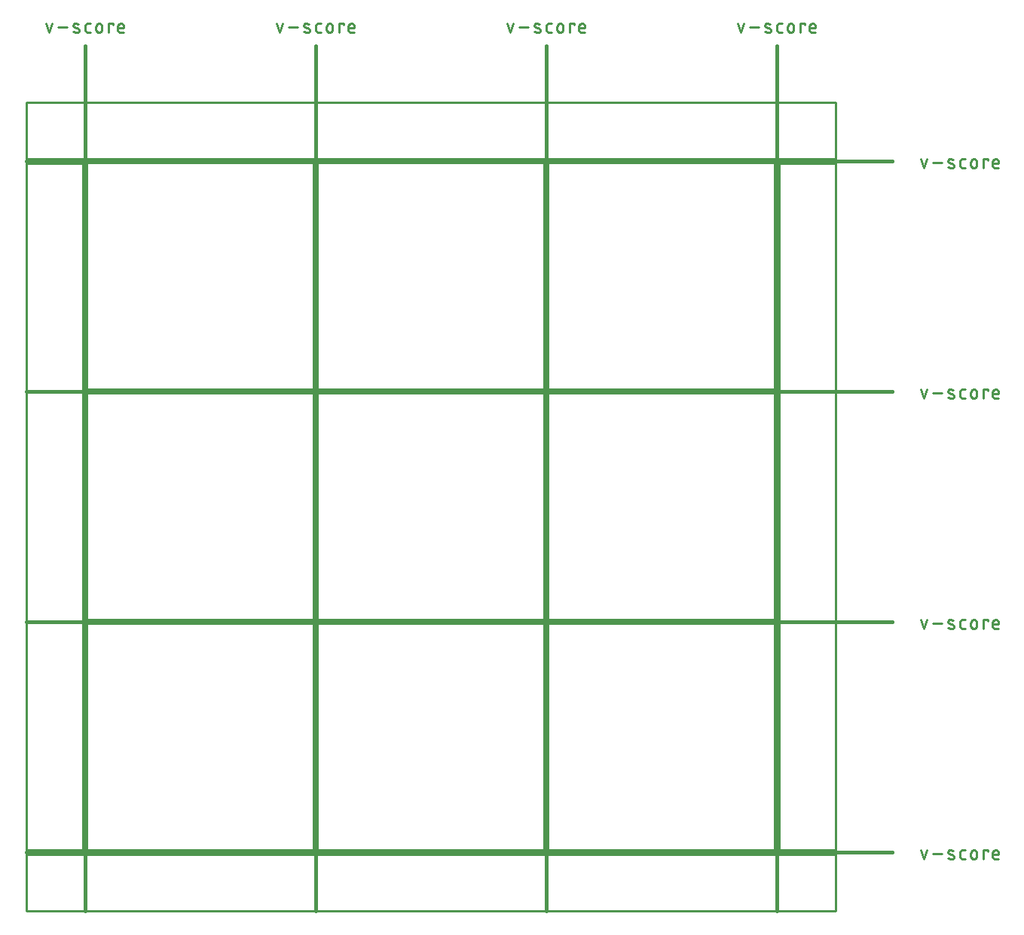
<source format=gko>
G75*
%MOIN*%
%OFA0B0*%
%FSLAX25Y25*%
%IPPOS*%
%LPD*%
%AMOC8*
5,1,8,0,0,1.08239X$1,22.5*
%
%ADD10C,0.00800*%
%ADD11C,0.01500*%
%ADD12C,0.01100*%
%ADD13C,0.01000*%
D10*
X0028750Y0028750D02*
X0028750Y0128750D01*
X0128750Y0128750D01*
X0128750Y0028750D01*
X0028750Y0028750D01*
X0130750Y0028750D02*
X0130750Y0128750D01*
X0230750Y0128750D01*
X0230750Y0028750D01*
X0130750Y0028750D01*
X0232750Y0028750D02*
X0232750Y0128750D01*
X0332750Y0128750D01*
X0332750Y0028750D01*
X0232750Y0028750D01*
X0232750Y0130750D02*
X0232750Y0230750D01*
X0332750Y0230750D01*
X0332750Y0130750D01*
X0232750Y0130750D01*
X0230750Y0130750D02*
X0230750Y0230750D01*
X0130750Y0230750D01*
X0130750Y0130750D01*
X0230750Y0130750D01*
X0128750Y0130750D02*
X0128750Y0230750D01*
X0028750Y0230750D01*
X0028750Y0130750D01*
X0128750Y0130750D01*
X0128750Y0232750D02*
X0028750Y0232750D01*
X0028750Y0332750D01*
X0128750Y0332750D01*
X0128750Y0232750D01*
X0130750Y0232750D02*
X0130750Y0332750D01*
X0230750Y0332750D01*
X0230750Y0232750D01*
X0130750Y0232750D01*
X0232750Y0232750D02*
X0232750Y0332750D01*
X0332750Y0332750D01*
X0332750Y0232750D01*
X0232750Y0232750D01*
D11*
X0384750Y0231750D02*
X0001750Y0231750D01*
X0001750Y0129750D02*
X0384750Y0129750D01*
X0384750Y0027750D02*
X0001750Y0027750D01*
X0027750Y0001750D02*
X0027750Y0384750D01*
X0001750Y0333750D02*
X0384750Y0333750D01*
X0333750Y0384750D02*
X0333750Y0001750D01*
X0231750Y0001750D02*
X0231750Y0384750D01*
X0129750Y0384750D02*
X0129750Y0001750D01*
D12*
X0397541Y0028733D02*
X0398852Y0024800D01*
X0400163Y0028733D01*
X0402834Y0027094D02*
X0406768Y0027094D01*
X0410136Y0027094D02*
X0411774Y0026439D01*
X0411775Y0026439D02*
X0411827Y0026416D01*
X0411878Y0026389D01*
X0411927Y0026359D01*
X0411974Y0026326D01*
X0412019Y0026290D01*
X0412061Y0026250D01*
X0412100Y0026208D01*
X0412136Y0026164D01*
X0412169Y0026117D01*
X0412199Y0026067D01*
X0412226Y0026016D01*
X0412249Y0025964D01*
X0412268Y0025910D01*
X0412284Y0025854D01*
X0412296Y0025798D01*
X0412304Y0025741D01*
X0412308Y0025684D01*
X0412309Y0025626D01*
X0412305Y0025569D01*
X0412298Y0025512D01*
X0412286Y0025455D01*
X0412271Y0025400D01*
X0412253Y0025345D01*
X0412230Y0025292D01*
X0412204Y0025241D01*
X0412175Y0025192D01*
X0412142Y0025144D01*
X0412106Y0025099D01*
X0412068Y0025057D01*
X0412026Y0025017D01*
X0411982Y0024980D01*
X0411935Y0024946D01*
X0411887Y0024915D01*
X0411836Y0024888D01*
X0411784Y0024864D01*
X0411730Y0024844D01*
X0411675Y0024828D01*
X0411619Y0024815D01*
X0411562Y0024806D01*
X0411504Y0024801D01*
X0411447Y0024800D01*
X0411938Y0028405D02*
X0411831Y0028451D01*
X0411722Y0028494D01*
X0411612Y0028534D01*
X0411500Y0028570D01*
X0411388Y0028602D01*
X0411274Y0028631D01*
X0411160Y0028657D01*
X0411045Y0028678D01*
X0410930Y0028697D01*
X0410813Y0028711D01*
X0410697Y0028722D01*
X0410580Y0028729D01*
X0410463Y0028733D01*
X0410463Y0028734D02*
X0410406Y0028733D01*
X0410348Y0028728D01*
X0410291Y0028719D01*
X0410235Y0028706D01*
X0410180Y0028690D01*
X0410126Y0028670D01*
X0410074Y0028646D01*
X0410023Y0028619D01*
X0409975Y0028588D01*
X0409928Y0028554D01*
X0409884Y0028517D01*
X0409842Y0028477D01*
X0409804Y0028435D01*
X0409768Y0028390D01*
X0409735Y0028342D01*
X0409706Y0028293D01*
X0409680Y0028242D01*
X0409657Y0028189D01*
X0409639Y0028134D01*
X0409624Y0028079D01*
X0409612Y0028022D01*
X0409605Y0027965D01*
X0409601Y0027908D01*
X0409602Y0027850D01*
X0409606Y0027793D01*
X0409614Y0027736D01*
X0409626Y0027680D01*
X0409642Y0027624D01*
X0409661Y0027570D01*
X0409684Y0027518D01*
X0409711Y0027467D01*
X0409741Y0027417D01*
X0409774Y0027370D01*
X0409810Y0027326D01*
X0409849Y0027284D01*
X0409891Y0027244D01*
X0409936Y0027208D01*
X0409983Y0027175D01*
X0410032Y0027145D01*
X0410083Y0027118D01*
X0410135Y0027095D01*
X0409644Y0025128D02*
X0409778Y0025082D01*
X0409913Y0025039D01*
X0410049Y0025000D01*
X0410186Y0024964D01*
X0410323Y0024932D01*
X0410462Y0024903D01*
X0410601Y0024877D01*
X0410741Y0024856D01*
X0410882Y0024837D01*
X0411022Y0024823D01*
X0411164Y0024812D01*
X0411305Y0024804D01*
X0411447Y0024801D01*
X0414988Y0025783D02*
X0414988Y0027750D01*
X0414990Y0027812D01*
X0414996Y0027873D01*
X0415005Y0027934D01*
X0415019Y0027994D01*
X0415036Y0028054D01*
X0415057Y0028112D01*
X0415082Y0028169D01*
X0415110Y0028224D01*
X0415141Y0028277D01*
X0415176Y0028328D01*
X0415214Y0028377D01*
X0415254Y0028423D01*
X0415298Y0028467D01*
X0415344Y0028507D01*
X0415393Y0028545D01*
X0415444Y0028580D01*
X0415497Y0028611D01*
X0415552Y0028639D01*
X0415609Y0028664D01*
X0415667Y0028685D01*
X0415727Y0028702D01*
X0415787Y0028716D01*
X0415848Y0028725D01*
X0415909Y0028731D01*
X0415971Y0028733D01*
X0417282Y0028733D01*
X0419695Y0027422D02*
X0419695Y0026111D01*
X0419696Y0026111D02*
X0419698Y0026040D01*
X0419704Y0025969D01*
X0419713Y0025899D01*
X0419727Y0025829D01*
X0419744Y0025760D01*
X0419765Y0025692D01*
X0419789Y0025626D01*
X0419817Y0025561D01*
X0419849Y0025497D01*
X0419884Y0025435D01*
X0419922Y0025375D01*
X0419963Y0025318D01*
X0420008Y0025262D01*
X0420055Y0025209D01*
X0420105Y0025159D01*
X0420158Y0025112D01*
X0420214Y0025067D01*
X0420271Y0025026D01*
X0420331Y0024988D01*
X0420393Y0024953D01*
X0420457Y0024921D01*
X0420522Y0024893D01*
X0420588Y0024869D01*
X0420656Y0024848D01*
X0420725Y0024831D01*
X0420795Y0024817D01*
X0420865Y0024808D01*
X0420936Y0024802D01*
X0421007Y0024800D01*
X0421078Y0024802D01*
X0421149Y0024808D01*
X0421219Y0024817D01*
X0421289Y0024831D01*
X0421358Y0024848D01*
X0421426Y0024869D01*
X0421492Y0024893D01*
X0421557Y0024921D01*
X0421621Y0024953D01*
X0421683Y0024988D01*
X0421743Y0025026D01*
X0421800Y0025067D01*
X0421856Y0025112D01*
X0421909Y0025159D01*
X0421959Y0025209D01*
X0422006Y0025262D01*
X0422051Y0025318D01*
X0422092Y0025375D01*
X0422130Y0025435D01*
X0422165Y0025497D01*
X0422197Y0025561D01*
X0422225Y0025626D01*
X0422249Y0025692D01*
X0422270Y0025760D01*
X0422287Y0025829D01*
X0422301Y0025899D01*
X0422310Y0025969D01*
X0422316Y0026040D01*
X0422318Y0026111D01*
X0422318Y0027422D01*
X0422316Y0027493D01*
X0422310Y0027564D01*
X0422301Y0027634D01*
X0422287Y0027704D01*
X0422270Y0027773D01*
X0422249Y0027841D01*
X0422225Y0027907D01*
X0422197Y0027972D01*
X0422165Y0028036D01*
X0422130Y0028098D01*
X0422092Y0028158D01*
X0422051Y0028215D01*
X0422006Y0028271D01*
X0421959Y0028324D01*
X0421909Y0028374D01*
X0421856Y0028421D01*
X0421800Y0028466D01*
X0421743Y0028507D01*
X0421683Y0028545D01*
X0421621Y0028580D01*
X0421557Y0028612D01*
X0421492Y0028640D01*
X0421426Y0028664D01*
X0421358Y0028685D01*
X0421289Y0028702D01*
X0421219Y0028716D01*
X0421149Y0028725D01*
X0421078Y0028731D01*
X0421007Y0028733D01*
X0420936Y0028731D01*
X0420865Y0028725D01*
X0420795Y0028716D01*
X0420725Y0028702D01*
X0420656Y0028685D01*
X0420588Y0028664D01*
X0420522Y0028640D01*
X0420457Y0028612D01*
X0420393Y0028580D01*
X0420331Y0028545D01*
X0420271Y0028507D01*
X0420214Y0028466D01*
X0420158Y0028421D01*
X0420105Y0028374D01*
X0420055Y0028324D01*
X0420008Y0028271D01*
X0419963Y0028215D01*
X0419922Y0028158D01*
X0419884Y0028098D01*
X0419849Y0028036D01*
X0419817Y0027972D01*
X0419789Y0027907D01*
X0419765Y0027841D01*
X0419744Y0027773D01*
X0419727Y0027704D01*
X0419713Y0027634D01*
X0419704Y0027564D01*
X0419698Y0027493D01*
X0419696Y0027422D01*
X0417282Y0024800D02*
X0415971Y0024800D01*
X0415909Y0024802D01*
X0415848Y0024808D01*
X0415787Y0024817D01*
X0415727Y0024831D01*
X0415667Y0024848D01*
X0415609Y0024869D01*
X0415552Y0024894D01*
X0415497Y0024922D01*
X0415444Y0024953D01*
X0415393Y0024988D01*
X0415344Y0025026D01*
X0415298Y0025066D01*
X0415254Y0025110D01*
X0415214Y0025156D01*
X0415176Y0025205D01*
X0415141Y0025256D01*
X0415110Y0025309D01*
X0415082Y0025364D01*
X0415057Y0025421D01*
X0415036Y0025479D01*
X0415019Y0025539D01*
X0415005Y0025599D01*
X0414996Y0025660D01*
X0414990Y0025721D01*
X0414988Y0025783D01*
X0425284Y0024800D02*
X0425284Y0028733D01*
X0427251Y0028733D01*
X0427251Y0028078D01*
X0429337Y0027422D02*
X0429337Y0025783D01*
X0429339Y0025721D01*
X0429345Y0025660D01*
X0429354Y0025599D01*
X0429368Y0025539D01*
X0429385Y0025479D01*
X0429406Y0025421D01*
X0429431Y0025364D01*
X0429459Y0025309D01*
X0429490Y0025256D01*
X0429525Y0025205D01*
X0429563Y0025156D01*
X0429603Y0025110D01*
X0429647Y0025066D01*
X0429693Y0025026D01*
X0429742Y0024988D01*
X0429793Y0024953D01*
X0429846Y0024922D01*
X0429901Y0024894D01*
X0429958Y0024869D01*
X0430016Y0024848D01*
X0430076Y0024831D01*
X0430136Y0024817D01*
X0430197Y0024808D01*
X0430258Y0024802D01*
X0430320Y0024800D01*
X0431959Y0024800D01*
X0431959Y0026767D02*
X0429337Y0026767D01*
X0429337Y0027422D02*
X0429339Y0027493D01*
X0429345Y0027564D01*
X0429354Y0027634D01*
X0429368Y0027704D01*
X0429385Y0027773D01*
X0429406Y0027841D01*
X0429430Y0027907D01*
X0429458Y0027972D01*
X0429490Y0028036D01*
X0429525Y0028098D01*
X0429563Y0028158D01*
X0429604Y0028215D01*
X0429649Y0028271D01*
X0429696Y0028324D01*
X0429746Y0028374D01*
X0429799Y0028421D01*
X0429855Y0028466D01*
X0429912Y0028507D01*
X0429972Y0028545D01*
X0430034Y0028580D01*
X0430098Y0028612D01*
X0430163Y0028640D01*
X0430229Y0028664D01*
X0430297Y0028685D01*
X0430366Y0028702D01*
X0430436Y0028716D01*
X0430506Y0028725D01*
X0430577Y0028731D01*
X0430648Y0028733D01*
X0430719Y0028731D01*
X0430790Y0028725D01*
X0430860Y0028716D01*
X0430930Y0028702D01*
X0430999Y0028685D01*
X0431067Y0028664D01*
X0431133Y0028640D01*
X0431198Y0028612D01*
X0431262Y0028580D01*
X0431324Y0028545D01*
X0431384Y0028507D01*
X0431441Y0028466D01*
X0431497Y0028421D01*
X0431550Y0028374D01*
X0431600Y0028324D01*
X0431647Y0028271D01*
X0431692Y0028215D01*
X0431733Y0028158D01*
X0431771Y0028098D01*
X0431806Y0028036D01*
X0431838Y0027972D01*
X0431866Y0027907D01*
X0431890Y0027841D01*
X0431911Y0027773D01*
X0431928Y0027704D01*
X0431942Y0027634D01*
X0431951Y0027564D01*
X0431957Y0027493D01*
X0431959Y0027422D01*
X0431959Y0026767D01*
X0431959Y0126800D02*
X0430320Y0126800D01*
X0430258Y0126802D01*
X0430197Y0126808D01*
X0430136Y0126817D01*
X0430076Y0126831D01*
X0430016Y0126848D01*
X0429958Y0126869D01*
X0429901Y0126894D01*
X0429846Y0126922D01*
X0429793Y0126953D01*
X0429742Y0126988D01*
X0429693Y0127026D01*
X0429647Y0127066D01*
X0429603Y0127110D01*
X0429563Y0127156D01*
X0429525Y0127205D01*
X0429490Y0127256D01*
X0429459Y0127309D01*
X0429431Y0127364D01*
X0429406Y0127421D01*
X0429385Y0127479D01*
X0429368Y0127539D01*
X0429354Y0127599D01*
X0429345Y0127660D01*
X0429339Y0127721D01*
X0429337Y0127783D01*
X0429337Y0129422D01*
X0429337Y0128767D02*
X0431959Y0128767D01*
X0431959Y0129422D01*
X0431957Y0129493D01*
X0431951Y0129564D01*
X0431942Y0129634D01*
X0431928Y0129704D01*
X0431911Y0129773D01*
X0431890Y0129841D01*
X0431866Y0129907D01*
X0431838Y0129972D01*
X0431806Y0130036D01*
X0431771Y0130098D01*
X0431733Y0130158D01*
X0431692Y0130215D01*
X0431647Y0130271D01*
X0431600Y0130324D01*
X0431550Y0130374D01*
X0431497Y0130421D01*
X0431441Y0130466D01*
X0431384Y0130507D01*
X0431324Y0130545D01*
X0431262Y0130580D01*
X0431198Y0130612D01*
X0431133Y0130640D01*
X0431067Y0130664D01*
X0430999Y0130685D01*
X0430930Y0130702D01*
X0430860Y0130716D01*
X0430790Y0130725D01*
X0430719Y0130731D01*
X0430648Y0130733D01*
X0430577Y0130731D01*
X0430506Y0130725D01*
X0430436Y0130716D01*
X0430366Y0130702D01*
X0430297Y0130685D01*
X0430229Y0130664D01*
X0430163Y0130640D01*
X0430098Y0130612D01*
X0430034Y0130580D01*
X0429972Y0130545D01*
X0429912Y0130507D01*
X0429855Y0130466D01*
X0429799Y0130421D01*
X0429746Y0130374D01*
X0429696Y0130324D01*
X0429649Y0130271D01*
X0429604Y0130215D01*
X0429563Y0130158D01*
X0429525Y0130098D01*
X0429490Y0130036D01*
X0429458Y0129972D01*
X0429430Y0129907D01*
X0429406Y0129841D01*
X0429385Y0129773D01*
X0429368Y0129704D01*
X0429354Y0129634D01*
X0429345Y0129564D01*
X0429339Y0129493D01*
X0429337Y0129422D01*
X0427251Y0130078D02*
X0427251Y0130733D01*
X0425284Y0130733D01*
X0425284Y0126800D01*
X0422318Y0128111D02*
X0422318Y0129422D01*
X0422316Y0129493D01*
X0422310Y0129564D01*
X0422301Y0129634D01*
X0422287Y0129704D01*
X0422270Y0129773D01*
X0422249Y0129841D01*
X0422225Y0129907D01*
X0422197Y0129972D01*
X0422165Y0130036D01*
X0422130Y0130098D01*
X0422092Y0130158D01*
X0422051Y0130215D01*
X0422006Y0130271D01*
X0421959Y0130324D01*
X0421909Y0130374D01*
X0421856Y0130421D01*
X0421800Y0130466D01*
X0421743Y0130507D01*
X0421683Y0130545D01*
X0421621Y0130580D01*
X0421557Y0130612D01*
X0421492Y0130640D01*
X0421426Y0130664D01*
X0421358Y0130685D01*
X0421289Y0130702D01*
X0421219Y0130716D01*
X0421149Y0130725D01*
X0421078Y0130731D01*
X0421007Y0130733D01*
X0420936Y0130731D01*
X0420865Y0130725D01*
X0420795Y0130716D01*
X0420725Y0130702D01*
X0420656Y0130685D01*
X0420588Y0130664D01*
X0420522Y0130640D01*
X0420457Y0130612D01*
X0420393Y0130580D01*
X0420331Y0130545D01*
X0420271Y0130507D01*
X0420214Y0130466D01*
X0420158Y0130421D01*
X0420105Y0130374D01*
X0420055Y0130324D01*
X0420008Y0130271D01*
X0419963Y0130215D01*
X0419922Y0130158D01*
X0419884Y0130098D01*
X0419849Y0130036D01*
X0419817Y0129972D01*
X0419789Y0129907D01*
X0419765Y0129841D01*
X0419744Y0129773D01*
X0419727Y0129704D01*
X0419713Y0129634D01*
X0419704Y0129564D01*
X0419698Y0129493D01*
X0419696Y0129422D01*
X0419695Y0129422D02*
X0419695Y0128111D01*
X0419696Y0128111D02*
X0419698Y0128040D01*
X0419704Y0127969D01*
X0419713Y0127899D01*
X0419727Y0127829D01*
X0419744Y0127760D01*
X0419765Y0127692D01*
X0419789Y0127626D01*
X0419817Y0127561D01*
X0419849Y0127497D01*
X0419884Y0127435D01*
X0419922Y0127375D01*
X0419963Y0127318D01*
X0420008Y0127262D01*
X0420055Y0127209D01*
X0420105Y0127159D01*
X0420158Y0127112D01*
X0420214Y0127067D01*
X0420271Y0127026D01*
X0420331Y0126988D01*
X0420393Y0126953D01*
X0420457Y0126921D01*
X0420522Y0126893D01*
X0420588Y0126869D01*
X0420656Y0126848D01*
X0420725Y0126831D01*
X0420795Y0126817D01*
X0420865Y0126808D01*
X0420936Y0126802D01*
X0421007Y0126800D01*
X0421078Y0126802D01*
X0421149Y0126808D01*
X0421219Y0126817D01*
X0421289Y0126831D01*
X0421358Y0126848D01*
X0421426Y0126869D01*
X0421492Y0126893D01*
X0421557Y0126921D01*
X0421621Y0126953D01*
X0421683Y0126988D01*
X0421743Y0127026D01*
X0421800Y0127067D01*
X0421856Y0127112D01*
X0421909Y0127159D01*
X0421959Y0127209D01*
X0422006Y0127262D01*
X0422051Y0127318D01*
X0422092Y0127375D01*
X0422130Y0127435D01*
X0422165Y0127497D01*
X0422197Y0127561D01*
X0422225Y0127626D01*
X0422249Y0127692D01*
X0422270Y0127760D01*
X0422287Y0127829D01*
X0422301Y0127899D01*
X0422310Y0127969D01*
X0422316Y0128040D01*
X0422318Y0128111D01*
X0417282Y0126800D02*
X0415971Y0126800D01*
X0415909Y0126802D01*
X0415848Y0126808D01*
X0415787Y0126817D01*
X0415727Y0126831D01*
X0415667Y0126848D01*
X0415609Y0126869D01*
X0415552Y0126894D01*
X0415497Y0126922D01*
X0415444Y0126953D01*
X0415393Y0126988D01*
X0415344Y0127026D01*
X0415298Y0127066D01*
X0415254Y0127110D01*
X0415214Y0127156D01*
X0415176Y0127205D01*
X0415141Y0127256D01*
X0415110Y0127309D01*
X0415082Y0127364D01*
X0415057Y0127421D01*
X0415036Y0127479D01*
X0415019Y0127539D01*
X0415005Y0127599D01*
X0414996Y0127660D01*
X0414990Y0127721D01*
X0414988Y0127783D01*
X0414988Y0129750D01*
X0414990Y0129812D01*
X0414996Y0129873D01*
X0415005Y0129934D01*
X0415019Y0129994D01*
X0415036Y0130054D01*
X0415057Y0130112D01*
X0415082Y0130169D01*
X0415110Y0130224D01*
X0415141Y0130277D01*
X0415176Y0130328D01*
X0415214Y0130377D01*
X0415254Y0130423D01*
X0415298Y0130467D01*
X0415344Y0130507D01*
X0415393Y0130545D01*
X0415444Y0130580D01*
X0415497Y0130611D01*
X0415552Y0130639D01*
X0415609Y0130664D01*
X0415667Y0130685D01*
X0415727Y0130702D01*
X0415787Y0130716D01*
X0415848Y0130725D01*
X0415909Y0130731D01*
X0415971Y0130733D01*
X0417282Y0130733D01*
X0411774Y0128439D02*
X0410136Y0129094D01*
X0410135Y0129095D02*
X0410083Y0129118D01*
X0410032Y0129145D01*
X0409983Y0129175D01*
X0409936Y0129208D01*
X0409891Y0129244D01*
X0409849Y0129284D01*
X0409810Y0129326D01*
X0409774Y0129370D01*
X0409741Y0129417D01*
X0409711Y0129467D01*
X0409684Y0129518D01*
X0409661Y0129570D01*
X0409642Y0129624D01*
X0409626Y0129680D01*
X0409614Y0129736D01*
X0409606Y0129793D01*
X0409602Y0129850D01*
X0409601Y0129908D01*
X0409605Y0129965D01*
X0409612Y0130022D01*
X0409624Y0130079D01*
X0409639Y0130134D01*
X0409657Y0130189D01*
X0409680Y0130242D01*
X0409706Y0130293D01*
X0409735Y0130342D01*
X0409768Y0130390D01*
X0409804Y0130435D01*
X0409842Y0130477D01*
X0409884Y0130517D01*
X0409928Y0130554D01*
X0409975Y0130588D01*
X0410023Y0130619D01*
X0410074Y0130646D01*
X0410126Y0130670D01*
X0410180Y0130690D01*
X0410235Y0130706D01*
X0410291Y0130719D01*
X0410348Y0130728D01*
X0410406Y0130733D01*
X0410463Y0130734D01*
X0409644Y0127128D02*
X0409778Y0127082D01*
X0409913Y0127039D01*
X0410049Y0127000D01*
X0410186Y0126964D01*
X0410323Y0126932D01*
X0410462Y0126903D01*
X0410601Y0126877D01*
X0410741Y0126856D01*
X0410882Y0126837D01*
X0411022Y0126823D01*
X0411164Y0126812D01*
X0411305Y0126804D01*
X0411447Y0126801D01*
X0411447Y0126800D02*
X0411504Y0126801D01*
X0411562Y0126806D01*
X0411619Y0126815D01*
X0411675Y0126828D01*
X0411730Y0126844D01*
X0411784Y0126864D01*
X0411836Y0126888D01*
X0411887Y0126915D01*
X0411935Y0126946D01*
X0411982Y0126980D01*
X0412026Y0127017D01*
X0412068Y0127057D01*
X0412106Y0127099D01*
X0412142Y0127144D01*
X0412175Y0127192D01*
X0412204Y0127241D01*
X0412230Y0127292D01*
X0412253Y0127345D01*
X0412271Y0127400D01*
X0412286Y0127455D01*
X0412298Y0127512D01*
X0412305Y0127569D01*
X0412309Y0127626D01*
X0412308Y0127684D01*
X0412304Y0127741D01*
X0412296Y0127798D01*
X0412284Y0127854D01*
X0412268Y0127910D01*
X0412249Y0127964D01*
X0412226Y0128016D01*
X0412199Y0128067D01*
X0412169Y0128117D01*
X0412136Y0128164D01*
X0412100Y0128208D01*
X0412061Y0128250D01*
X0412019Y0128290D01*
X0411974Y0128326D01*
X0411927Y0128359D01*
X0411878Y0128389D01*
X0411827Y0128416D01*
X0411775Y0128439D01*
X0411938Y0130405D02*
X0411831Y0130451D01*
X0411722Y0130494D01*
X0411612Y0130534D01*
X0411500Y0130570D01*
X0411388Y0130602D01*
X0411274Y0130631D01*
X0411160Y0130657D01*
X0411045Y0130678D01*
X0410930Y0130697D01*
X0410813Y0130711D01*
X0410697Y0130722D01*
X0410580Y0130729D01*
X0410463Y0130733D01*
X0406768Y0129094D02*
X0402834Y0129094D01*
X0400163Y0130733D02*
X0398852Y0126800D01*
X0397541Y0130733D01*
X0398852Y0228800D02*
X0400163Y0232733D01*
X0397541Y0232733D02*
X0398852Y0228800D01*
X0402834Y0231094D02*
X0406768Y0231094D01*
X0410136Y0231094D02*
X0411774Y0230439D01*
X0411775Y0230439D02*
X0411827Y0230416D01*
X0411878Y0230389D01*
X0411927Y0230359D01*
X0411974Y0230326D01*
X0412019Y0230290D01*
X0412061Y0230250D01*
X0412100Y0230208D01*
X0412136Y0230164D01*
X0412169Y0230117D01*
X0412199Y0230067D01*
X0412226Y0230016D01*
X0412249Y0229964D01*
X0412268Y0229910D01*
X0412284Y0229854D01*
X0412296Y0229798D01*
X0412304Y0229741D01*
X0412308Y0229684D01*
X0412309Y0229626D01*
X0412305Y0229569D01*
X0412298Y0229512D01*
X0412286Y0229455D01*
X0412271Y0229400D01*
X0412253Y0229345D01*
X0412230Y0229292D01*
X0412204Y0229241D01*
X0412175Y0229192D01*
X0412142Y0229144D01*
X0412106Y0229099D01*
X0412068Y0229057D01*
X0412026Y0229017D01*
X0411982Y0228980D01*
X0411935Y0228946D01*
X0411887Y0228915D01*
X0411836Y0228888D01*
X0411784Y0228864D01*
X0411730Y0228844D01*
X0411675Y0228828D01*
X0411619Y0228815D01*
X0411562Y0228806D01*
X0411504Y0228801D01*
X0411447Y0228800D01*
X0411938Y0232405D02*
X0411831Y0232451D01*
X0411722Y0232494D01*
X0411612Y0232534D01*
X0411500Y0232570D01*
X0411388Y0232602D01*
X0411274Y0232631D01*
X0411160Y0232657D01*
X0411045Y0232678D01*
X0410930Y0232697D01*
X0410813Y0232711D01*
X0410697Y0232722D01*
X0410580Y0232729D01*
X0410463Y0232733D01*
X0410463Y0232734D02*
X0410406Y0232733D01*
X0410348Y0232728D01*
X0410291Y0232719D01*
X0410235Y0232706D01*
X0410180Y0232690D01*
X0410126Y0232670D01*
X0410074Y0232646D01*
X0410023Y0232619D01*
X0409975Y0232588D01*
X0409928Y0232554D01*
X0409884Y0232517D01*
X0409842Y0232477D01*
X0409804Y0232435D01*
X0409768Y0232390D01*
X0409735Y0232342D01*
X0409706Y0232293D01*
X0409680Y0232242D01*
X0409657Y0232189D01*
X0409639Y0232134D01*
X0409624Y0232079D01*
X0409612Y0232022D01*
X0409605Y0231965D01*
X0409601Y0231908D01*
X0409602Y0231850D01*
X0409606Y0231793D01*
X0409614Y0231736D01*
X0409626Y0231680D01*
X0409642Y0231624D01*
X0409661Y0231570D01*
X0409684Y0231518D01*
X0409711Y0231467D01*
X0409741Y0231417D01*
X0409774Y0231370D01*
X0409810Y0231326D01*
X0409849Y0231284D01*
X0409891Y0231244D01*
X0409936Y0231208D01*
X0409983Y0231175D01*
X0410032Y0231145D01*
X0410083Y0231118D01*
X0410135Y0231095D01*
X0409644Y0229128D02*
X0409778Y0229082D01*
X0409913Y0229039D01*
X0410049Y0229000D01*
X0410186Y0228964D01*
X0410323Y0228932D01*
X0410462Y0228903D01*
X0410601Y0228877D01*
X0410741Y0228856D01*
X0410882Y0228837D01*
X0411022Y0228823D01*
X0411164Y0228812D01*
X0411305Y0228804D01*
X0411447Y0228801D01*
X0414988Y0229783D02*
X0414988Y0231750D01*
X0414990Y0231812D01*
X0414996Y0231873D01*
X0415005Y0231934D01*
X0415019Y0231994D01*
X0415036Y0232054D01*
X0415057Y0232112D01*
X0415082Y0232169D01*
X0415110Y0232224D01*
X0415141Y0232277D01*
X0415176Y0232328D01*
X0415214Y0232377D01*
X0415254Y0232423D01*
X0415298Y0232467D01*
X0415344Y0232507D01*
X0415393Y0232545D01*
X0415444Y0232580D01*
X0415497Y0232611D01*
X0415552Y0232639D01*
X0415609Y0232664D01*
X0415667Y0232685D01*
X0415727Y0232702D01*
X0415787Y0232716D01*
X0415848Y0232725D01*
X0415909Y0232731D01*
X0415971Y0232733D01*
X0417282Y0232733D01*
X0419695Y0231422D02*
X0419695Y0230111D01*
X0419696Y0230111D02*
X0419698Y0230040D01*
X0419704Y0229969D01*
X0419713Y0229899D01*
X0419727Y0229829D01*
X0419744Y0229760D01*
X0419765Y0229692D01*
X0419789Y0229626D01*
X0419817Y0229561D01*
X0419849Y0229497D01*
X0419884Y0229435D01*
X0419922Y0229375D01*
X0419963Y0229318D01*
X0420008Y0229262D01*
X0420055Y0229209D01*
X0420105Y0229159D01*
X0420158Y0229112D01*
X0420214Y0229067D01*
X0420271Y0229026D01*
X0420331Y0228988D01*
X0420393Y0228953D01*
X0420457Y0228921D01*
X0420522Y0228893D01*
X0420588Y0228869D01*
X0420656Y0228848D01*
X0420725Y0228831D01*
X0420795Y0228817D01*
X0420865Y0228808D01*
X0420936Y0228802D01*
X0421007Y0228800D01*
X0421078Y0228802D01*
X0421149Y0228808D01*
X0421219Y0228817D01*
X0421289Y0228831D01*
X0421358Y0228848D01*
X0421426Y0228869D01*
X0421492Y0228893D01*
X0421557Y0228921D01*
X0421621Y0228953D01*
X0421683Y0228988D01*
X0421743Y0229026D01*
X0421800Y0229067D01*
X0421856Y0229112D01*
X0421909Y0229159D01*
X0421959Y0229209D01*
X0422006Y0229262D01*
X0422051Y0229318D01*
X0422092Y0229375D01*
X0422130Y0229435D01*
X0422165Y0229497D01*
X0422197Y0229561D01*
X0422225Y0229626D01*
X0422249Y0229692D01*
X0422270Y0229760D01*
X0422287Y0229829D01*
X0422301Y0229899D01*
X0422310Y0229969D01*
X0422316Y0230040D01*
X0422318Y0230111D01*
X0422318Y0231422D01*
X0422316Y0231493D01*
X0422310Y0231564D01*
X0422301Y0231634D01*
X0422287Y0231704D01*
X0422270Y0231773D01*
X0422249Y0231841D01*
X0422225Y0231907D01*
X0422197Y0231972D01*
X0422165Y0232036D01*
X0422130Y0232098D01*
X0422092Y0232158D01*
X0422051Y0232215D01*
X0422006Y0232271D01*
X0421959Y0232324D01*
X0421909Y0232374D01*
X0421856Y0232421D01*
X0421800Y0232466D01*
X0421743Y0232507D01*
X0421683Y0232545D01*
X0421621Y0232580D01*
X0421557Y0232612D01*
X0421492Y0232640D01*
X0421426Y0232664D01*
X0421358Y0232685D01*
X0421289Y0232702D01*
X0421219Y0232716D01*
X0421149Y0232725D01*
X0421078Y0232731D01*
X0421007Y0232733D01*
X0420936Y0232731D01*
X0420865Y0232725D01*
X0420795Y0232716D01*
X0420725Y0232702D01*
X0420656Y0232685D01*
X0420588Y0232664D01*
X0420522Y0232640D01*
X0420457Y0232612D01*
X0420393Y0232580D01*
X0420331Y0232545D01*
X0420271Y0232507D01*
X0420214Y0232466D01*
X0420158Y0232421D01*
X0420105Y0232374D01*
X0420055Y0232324D01*
X0420008Y0232271D01*
X0419963Y0232215D01*
X0419922Y0232158D01*
X0419884Y0232098D01*
X0419849Y0232036D01*
X0419817Y0231972D01*
X0419789Y0231907D01*
X0419765Y0231841D01*
X0419744Y0231773D01*
X0419727Y0231704D01*
X0419713Y0231634D01*
X0419704Y0231564D01*
X0419698Y0231493D01*
X0419696Y0231422D01*
X0417282Y0228800D02*
X0415971Y0228800D01*
X0415909Y0228802D01*
X0415848Y0228808D01*
X0415787Y0228817D01*
X0415727Y0228831D01*
X0415667Y0228848D01*
X0415609Y0228869D01*
X0415552Y0228894D01*
X0415497Y0228922D01*
X0415444Y0228953D01*
X0415393Y0228988D01*
X0415344Y0229026D01*
X0415298Y0229066D01*
X0415254Y0229110D01*
X0415214Y0229156D01*
X0415176Y0229205D01*
X0415141Y0229256D01*
X0415110Y0229309D01*
X0415082Y0229364D01*
X0415057Y0229421D01*
X0415036Y0229479D01*
X0415019Y0229539D01*
X0415005Y0229599D01*
X0414996Y0229660D01*
X0414990Y0229721D01*
X0414988Y0229783D01*
X0425284Y0228800D02*
X0425284Y0232733D01*
X0427251Y0232733D01*
X0427251Y0232078D01*
X0429337Y0231422D02*
X0429337Y0229783D01*
X0429339Y0229721D01*
X0429345Y0229660D01*
X0429354Y0229599D01*
X0429368Y0229539D01*
X0429385Y0229479D01*
X0429406Y0229421D01*
X0429431Y0229364D01*
X0429459Y0229309D01*
X0429490Y0229256D01*
X0429525Y0229205D01*
X0429563Y0229156D01*
X0429603Y0229110D01*
X0429647Y0229066D01*
X0429693Y0229026D01*
X0429742Y0228988D01*
X0429793Y0228953D01*
X0429846Y0228922D01*
X0429901Y0228894D01*
X0429958Y0228869D01*
X0430016Y0228848D01*
X0430076Y0228831D01*
X0430136Y0228817D01*
X0430197Y0228808D01*
X0430258Y0228802D01*
X0430320Y0228800D01*
X0431959Y0228800D01*
X0431959Y0230767D02*
X0429337Y0230767D01*
X0429337Y0231422D02*
X0429339Y0231493D01*
X0429345Y0231564D01*
X0429354Y0231634D01*
X0429368Y0231704D01*
X0429385Y0231773D01*
X0429406Y0231841D01*
X0429430Y0231907D01*
X0429458Y0231972D01*
X0429490Y0232036D01*
X0429525Y0232098D01*
X0429563Y0232158D01*
X0429604Y0232215D01*
X0429649Y0232271D01*
X0429696Y0232324D01*
X0429746Y0232374D01*
X0429799Y0232421D01*
X0429855Y0232466D01*
X0429912Y0232507D01*
X0429972Y0232545D01*
X0430034Y0232580D01*
X0430098Y0232612D01*
X0430163Y0232640D01*
X0430229Y0232664D01*
X0430297Y0232685D01*
X0430366Y0232702D01*
X0430436Y0232716D01*
X0430506Y0232725D01*
X0430577Y0232731D01*
X0430648Y0232733D01*
X0430719Y0232731D01*
X0430790Y0232725D01*
X0430860Y0232716D01*
X0430930Y0232702D01*
X0430999Y0232685D01*
X0431067Y0232664D01*
X0431133Y0232640D01*
X0431198Y0232612D01*
X0431262Y0232580D01*
X0431324Y0232545D01*
X0431384Y0232507D01*
X0431441Y0232466D01*
X0431497Y0232421D01*
X0431550Y0232374D01*
X0431600Y0232324D01*
X0431647Y0232271D01*
X0431692Y0232215D01*
X0431733Y0232158D01*
X0431771Y0232098D01*
X0431806Y0232036D01*
X0431838Y0231972D01*
X0431866Y0231907D01*
X0431890Y0231841D01*
X0431911Y0231773D01*
X0431928Y0231704D01*
X0431942Y0231634D01*
X0431951Y0231564D01*
X0431957Y0231493D01*
X0431959Y0231422D01*
X0431959Y0230767D01*
X0431959Y0330800D02*
X0430320Y0330800D01*
X0430258Y0330802D01*
X0430197Y0330808D01*
X0430136Y0330817D01*
X0430076Y0330831D01*
X0430016Y0330848D01*
X0429958Y0330869D01*
X0429901Y0330894D01*
X0429846Y0330922D01*
X0429793Y0330953D01*
X0429742Y0330988D01*
X0429693Y0331026D01*
X0429647Y0331066D01*
X0429603Y0331110D01*
X0429563Y0331156D01*
X0429525Y0331205D01*
X0429490Y0331256D01*
X0429459Y0331309D01*
X0429431Y0331364D01*
X0429406Y0331421D01*
X0429385Y0331479D01*
X0429368Y0331539D01*
X0429354Y0331599D01*
X0429345Y0331660D01*
X0429339Y0331721D01*
X0429337Y0331783D01*
X0429337Y0333422D01*
X0429337Y0332767D02*
X0431959Y0332767D01*
X0431959Y0333422D01*
X0431957Y0333493D01*
X0431951Y0333564D01*
X0431942Y0333634D01*
X0431928Y0333704D01*
X0431911Y0333773D01*
X0431890Y0333841D01*
X0431866Y0333907D01*
X0431838Y0333972D01*
X0431806Y0334036D01*
X0431771Y0334098D01*
X0431733Y0334158D01*
X0431692Y0334215D01*
X0431647Y0334271D01*
X0431600Y0334324D01*
X0431550Y0334374D01*
X0431497Y0334421D01*
X0431441Y0334466D01*
X0431384Y0334507D01*
X0431324Y0334545D01*
X0431262Y0334580D01*
X0431198Y0334612D01*
X0431133Y0334640D01*
X0431067Y0334664D01*
X0430999Y0334685D01*
X0430930Y0334702D01*
X0430860Y0334716D01*
X0430790Y0334725D01*
X0430719Y0334731D01*
X0430648Y0334733D01*
X0430577Y0334731D01*
X0430506Y0334725D01*
X0430436Y0334716D01*
X0430366Y0334702D01*
X0430297Y0334685D01*
X0430229Y0334664D01*
X0430163Y0334640D01*
X0430098Y0334612D01*
X0430034Y0334580D01*
X0429972Y0334545D01*
X0429912Y0334507D01*
X0429855Y0334466D01*
X0429799Y0334421D01*
X0429746Y0334374D01*
X0429696Y0334324D01*
X0429649Y0334271D01*
X0429604Y0334215D01*
X0429563Y0334158D01*
X0429525Y0334098D01*
X0429490Y0334036D01*
X0429458Y0333972D01*
X0429430Y0333907D01*
X0429406Y0333841D01*
X0429385Y0333773D01*
X0429368Y0333704D01*
X0429354Y0333634D01*
X0429345Y0333564D01*
X0429339Y0333493D01*
X0429337Y0333422D01*
X0427251Y0334078D02*
X0427251Y0334733D01*
X0425284Y0334733D01*
X0425284Y0330800D01*
X0422318Y0332111D02*
X0422318Y0333422D01*
X0422316Y0333493D01*
X0422310Y0333564D01*
X0422301Y0333634D01*
X0422287Y0333704D01*
X0422270Y0333773D01*
X0422249Y0333841D01*
X0422225Y0333907D01*
X0422197Y0333972D01*
X0422165Y0334036D01*
X0422130Y0334098D01*
X0422092Y0334158D01*
X0422051Y0334215D01*
X0422006Y0334271D01*
X0421959Y0334324D01*
X0421909Y0334374D01*
X0421856Y0334421D01*
X0421800Y0334466D01*
X0421743Y0334507D01*
X0421683Y0334545D01*
X0421621Y0334580D01*
X0421557Y0334612D01*
X0421492Y0334640D01*
X0421426Y0334664D01*
X0421358Y0334685D01*
X0421289Y0334702D01*
X0421219Y0334716D01*
X0421149Y0334725D01*
X0421078Y0334731D01*
X0421007Y0334733D01*
X0420936Y0334731D01*
X0420865Y0334725D01*
X0420795Y0334716D01*
X0420725Y0334702D01*
X0420656Y0334685D01*
X0420588Y0334664D01*
X0420522Y0334640D01*
X0420457Y0334612D01*
X0420393Y0334580D01*
X0420331Y0334545D01*
X0420271Y0334507D01*
X0420214Y0334466D01*
X0420158Y0334421D01*
X0420105Y0334374D01*
X0420055Y0334324D01*
X0420008Y0334271D01*
X0419963Y0334215D01*
X0419922Y0334158D01*
X0419884Y0334098D01*
X0419849Y0334036D01*
X0419817Y0333972D01*
X0419789Y0333907D01*
X0419765Y0333841D01*
X0419744Y0333773D01*
X0419727Y0333704D01*
X0419713Y0333634D01*
X0419704Y0333564D01*
X0419698Y0333493D01*
X0419696Y0333422D01*
X0419695Y0333422D02*
X0419695Y0332111D01*
X0419696Y0332111D02*
X0419698Y0332040D01*
X0419704Y0331969D01*
X0419713Y0331899D01*
X0419727Y0331829D01*
X0419744Y0331760D01*
X0419765Y0331692D01*
X0419789Y0331626D01*
X0419817Y0331561D01*
X0419849Y0331497D01*
X0419884Y0331435D01*
X0419922Y0331375D01*
X0419963Y0331318D01*
X0420008Y0331262D01*
X0420055Y0331209D01*
X0420105Y0331159D01*
X0420158Y0331112D01*
X0420214Y0331067D01*
X0420271Y0331026D01*
X0420331Y0330988D01*
X0420393Y0330953D01*
X0420457Y0330921D01*
X0420522Y0330893D01*
X0420588Y0330869D01*
X0420656Y0330848D01*
X0420725Y0330831D01*
X0420795Y0330817D01*
X0420865Y0330808D01*
X0420936Y0330802D01*
X0421007Y0330800D01*
X0421078Y0330802D01*
X0421149Y0330808D01*
X0421219Y0330817D01*
X0421289Y0330831D01*
X0421358Y0330848D01*
X0421426Y0330869D01*
X0421492Y0330893D01*
X0421557Y0330921D01*
X0421621Y0330953D01*
X0421683Y0330988D01*
X0421743Y0331026D01*
X0421800Y0331067D01*
X0421856Y0331112D01*
X0421909Y0331159D01*
X0421959Y0331209D01*
X0422006Y0331262D01*
X0422051Y0331318D01*
X0422092Y0331375D01*
X0422130Y0331435D01*
X0422165Y0331497D01*
X0422197Y0331561D01*
X0422225Y0331626D01*
X0422249Y0331692D01*
X0422270Y0331760D01*
X0422287Y0331829D01*
X0422301Y0331899D01*
X0422310Y0331969D01*
X0422316Y0332040D01*
X0422318Y0332111D01*
X0417282Y0330800D02*
X0415971Y0330800D01*
X0415909Y0330802D01*
X0415848Y0330808D01*
X0415787Y0330817D01*
X0415727Y0330831D01*
X0415667Y0330848D01*
X0415609Y0330869D01*
X0415552Y0330894D01*
X0415497Y0330922D01*
X0415444Y0330953D01*
X0415393Y0330988D01*
X0415344Y0331026D01*
X0415298Y0331066D01*
X0415254Y0331110D01*
X0415214Y0331156D01*
X0415176Y0331205D01*
X0415141Y0331256D01*
X0415110Y0331309D01*
X0415082Y0331364D01*
X0415057Y0331421D01*
X0415036Y0331479D01*
X0415019Y0331539D01*
X0415005Y0331599D01*
X0414996Y0331660D01*
X0414990Y0331721D01*
X0414988Y0331783D01*
X0414988Y0333750D01*
X0414990Y0333812D01*
X0414996Y0333873D01*
X0415005Y0333934D01*
X0415019Y0333994D01*
X0415036Y0334054D01*
X0415057Y0334112D01*
X0415082Y0334169D01*
X0415110Y0334224D01*
X0415141Y0334277D01*
X0415176Y0334328D01*
X0415214Y0334377D01*
X0415254Y0334423D01*
X0415298Y0334467D01*
X0415344Y0334507D01*
X0415393Y0334545D01*
X0415444Y0334580D01*
X0415497Y0334611D01*
X0415552Y0334639D01*
X0415609Y0334664D01*
X0415667Y0334685D01*
X0415727Y0334702D01*
X0415787Y0334716D01*
X0415848Y0334725D01*
X0415909Y0334731D01*
X0415971Y0334733D01*
X0417282Y0334733D01*
X0411774Y0332439D02*
X0410136Y0333094D01*
X0410135Y0333095D02*
X0410083Y0333118D01*
X0410032Y0333145D01*
X0409983Y0333175D01*
X0409936Y0333208D01*
X0409891Y0333244D01*
X0409849Y0333284D01*
X0409810Y0333326D01*
X0409774Y0333370D01*
X0409741Y0333417D01*
X0409711Y0333467D01*
X0409684Y0333518D01*
X0409661Y0333570D01*
X0409642Y0333624D01*
X0409626Y0333680D01*
X0409614Y0333736D01*
X0409606Y0333793D01*
X0409602Y0333850D01*
X0409601Y0333908D01*
X0409605Y0333965D01*
X0409612Y0334022D01*
X0409624Y0334079D01*
X0409639Y0334134D01*
X0409657Y0334189D01*
X0409680Y0334242D01*
X0409706Y0334293D01*
X0409735Y0334342D01*
X0409768Y0334390D01*
X0409804Y0334435D01*
X0409842Y0334477D01*
X0409884Y0334517D01*
X0409928Y0334554D01*
X0409975Y0334588D01*
X0410023Y0334619D01*
X0410074Y0334646D01*
X0410126Y0334670D01*
X0410180Y0334690D01*
X0410235Y0334706D01*
X0410291Y0334719D01*
X0410348Y0334728D01*
X0410406Y0334733D01*
X0410463Y0334734D01*
X0409644Y0331128D02*
X0409778Y0331082D01*
X0409913Y0331039D01*
X0410049Y0331000D01*
X0410186Y0330964D01*
X0410323Y0330932D01*
X0410462Y0330903D01*
X0410601Y0330877D01*
X0410741Y0330856D01*
X0410882Y0330837D01*
X0411022Y0330823D01*
X0411164Y0330812D01*
X0411305Y0330804D01*
X0411447Y0330801D01*
X0411447Y0330800D02*
X0411504Y0330801D01*
X0411562Y0330806D01*
X0411619Y0330815D01*
X0411675Y0330828D01*
X0411730Y0330844D01*
X0411784Y0330864D01*
X0411836Y0330888D01*
X0411887Y0330915D01*
X0411935Y0330946D01*
X0411982Y0330980D01*
X0412026Y0331017D01*
X0412068Y0331057D01*
X0412106Y0331099D01*
X0412142Y0331144D01*
X0412175Y0331192D01*
X0412204Y0331241D01*
X0412230Y0331292D01*
X0412253Y0331345D01*
X0412271Y0331400D01*
X0412286Y0331455D01*
X0412298Y0331512D01*
X0412305Y0331569D01*
X0412309Y0331626D01*
X0412308Y0331684D01*
X0412304Y0331741D01*
X0412296Y0331798D01*
X0412284Y0331854D01*
X0412268Y0331910D01*
X0412249Y0331964D01*
X0412226Y0332016D01*
X0412199Y0332067D01*
X0412169Y0332117D01*
X0412136Y0332164D01*
X0412100Y0332208D01*
X0412061Y0332250D01*
X0412019Y0332290D01*
X0411974Y0332326D01*
X0411927Y0332359D01*
X0411878Y0332389D01*
X0411827Y0332416D01*
X0411775Y0332439D01*
X0411938Y0334405D02*
X0411831Y0334451D01*
X0411722Y0334494D01*
X0411612Y0334534D01*
X0411500Y0334570D01*
X0411388Y0334602D01*
X0411274Y0334631D01*
X0411160Y0334657D01*
X0411045Y0334678D01*
X0410930Y0334697D01*
X0410813Y0334711D01*
X0410697Y0334722D01*
X0410580Y0334729D01*
X0410463Y0334733D01*
X0406768Y0333094D02*
X0402834Y0333094D01*
X0400163Y0334733D02*
X0398852Y0330800D01*
X0397541Y0334733D01*
X0350959Y0390800D02*
X0349320Y0390800D01*
X0349258Y0390802D01*
X0349197Y0390808D01*
X0349136Y0390817D01*
X0349076Y0390831D01*
X0349016Y0390848D01*
X0348958Y0390869D01*
X0348901Y0390894D01*
X0348846Y0390922D01*
X0348793Y0390953D01*
X0348742Y0390988D01*
X0348693Y0391026D01*
X0348647Y0391066D01*
X0348603Y0391110D01*
X0348563Y0391156D01*
X0348525Y0391205D01*
X0348490Y0391256D01*
X0348459Y0391309D01*
X0348431Y0391364D01*
X0348406Y0391421D01*
X0348385Y0391479D01*
X0348368Y0391539D01*
X0348354Y0391599D01*
X0348345Y0391660D01*
X0348339Y0391721D01*
X0348337Y0391783D01*
X0348337Y0393422D01*
X0348337Y0392767D02*
X0350959Y0392767D01*
X0350959Y0393422D01*
X0350957Y0393493D01*
X0350951Y0393564D01*
X0350942Y0393634D01*
X0350928Y0393704D01*
X0350911Y0393773D01*
X0350890Y0393841D01*
X0350866Y0393907D01*
X0350838Y0393972D01*
X0350806Y0394036D01*
X0350771Y0394098D01*
X0350733Y0394158D01*
X0350692Y0394215D01*
X0350647Y0394271D01*
X0350600Y0394324D01*
X0350550Y0394374D01*
X0350497Y0394421D01*
X0350441Y0394466D01*
X0350384Y0394507D01*
X0350324Y0394545D01*
X0350262Y0394580D01*
X0350198Y0394612D01*
X0350133Y0394640D01*
X0350067Y0394664D01*
X0349999Y0394685D01*
X0349930Y0394702D01*
X0349860Y0394716D01*
X0349790Y0394725D01*
X0349719Y0394731D01*
X0349648Y0394733D01*
X0349577Y0394731D01*
X0349506Y0394725D01*
X0349436Y0394716D01*
X0349366Y0394702D01*
X0349297Y0394685D01*
X0349229Y0394664D01*
X0349163Y0394640D01*
X0349098Y0394612D01*
X0349034Y0394580D01*
X0348972Y0394545D01*
X0348912Y0394507D01*
X0348855Y0394466D01*
X0348799Y0394421D01*
X0348746Y0394374D01*
X0348696Y0394324D01*
X0348649Y0394271D01*
X0348604Y0394215D01*
X0348563Y0394158D01*
X0348525Y0394098D01*
X0348490Y0394036D01*
X0348458Y0393972D01*
X0348430Y0393907D01*
X0348406Y0393841D01*
X0348385Y0393773D01*
X0348368Y0393704D01*
X0348354Y0393634D01*
X0348345Y0393564D01*
X0348339Y0393493D01*
X0348337Y0393422D01*
X0346251Y0394078D02*
X0346251Y0394733D01*
X0344284Y0394733D01*
X0344284Y0390800D01*
X0341318Y0392111D02*
X0341318Y0393422D01*
X0341316Y0393493D01*
X0341310Y0393564D01*
X0341301Y0393634D01*
X0341287Y0393704D01*
X0341270Y0393773D01*
X0341249Y0393841D01*
X0341225Y0393907D01*
X0341197Y0393972D01*
X0341165Y0394036D01*
X0341130Y0394098D01*
X0341092Y0394158D01*
X0341051Y0394215D01*
X0341006Y0394271D01*
X0340959Y0394324D01*
X0340909Y0394374D01*
X0340856Y0394421D01*
X0340800Y0394466D01*
X0340743Y0394507D01*
X0340683Y0394545D01*
X0340621Y0394580D01*
X0340557Y0394612D01*
X0340492Y0394640D01*
X0340426Y0394664D01*
X0340358Y0394685D01*
X0340289Y0394702D01*
X0340219Y0394716D01*
X0340149Y0394725D01*
X0340078Y0394731D01*
X0340007Y0394733D01*
X0339936Y0394731D01*
X0339865Y0394725D01*
X0339795Y0394716D01*
X0339725Y0394702D01*
X0339656Y0394685D01*
X0339588Y0394664D01*
X0339522Y0394640D01*
X0339457Y0394612D01*
X0339393Y0394580D01*
X0339331Y0394545D01*
X0339271Y0394507D01*
X0339214Y0394466D01*
X0339158Y0394421D01*
X0339105Y0394374D01*
X0339055Y0394324D01*
X0339008Y0394271D01*
X0338963Y0394215D01*
X0338922Y0394158D01*
X0338884Y0394098D01*
X0338849Y0394036D01*
X0338817Y0393972D01*
X0338789Y0393907D01*
X0338765Y0393841D01*
X0338744Y0393773D01*
X0338727Y0393704D01*
X0338713Y0393634D01*
X0338704Y0393564D01*
X0338698Y0393493D01*
X0338696Y0393422D01*
X0338695Y0393422D02*
X0338695Y0392111D01*
X0338696Y0392111D02*
X0338698Y0392040D01*
X0338704Y0391969D01*
X0338713Y0391899D01*
X0338727Y0391829D01*
X0338744Y0391760D01*
X0338765Y0391692D01*
X0338789Y0391626D01*
X0338817Y0391561D01*
X0338849Y0391497D01*
X0338884Y0391435D01*
X0338922Y0391375D01*
X0338963Y0391318D01*
X0339008Y0391262D01*
X0339055Y0391209D01*
X0339105Y0391159D01*
X0339158Y0391112D01*
X0339214Y0391067D01*
X0339271Y0391026D01*
X0339331Y0390988D01*
X0339393Y0390953D01*
X0339457Y0390921D01*
X0339522Y0390893D01*
X0339588Y0390869D01*
X0339656Y0390848D01*
X0339725Y0390831D01*
X0339795Y0390817D01*
X0339865Y0390808D01*
X0339936Y0390802D01*
X0340007Y0390800D01*
X0340078Y0390802D01*
X0340149Y0390808D01*
X0340219Y0390817D01*
X0340289Y0390831D01*
X0340358Y0390848D01*
X0340426Y0390869D01*
X0340492Y0390893D01*
X0340557Y0390921D01*
X0340621Y0390953D01*
X0340683Y0390988D01*
X0340743Y0391026D01*
X0340800Y0391067D01*
X0340856Y0391112D01*
X0340909Y0391159D01*
X0340959Y0391209D01*
X0341006Y0391262D01*
X0341051Y0391318D01*
X0341092Y0391375D01*
X0341130Y0391435D01*
X0341165Y0391497D01*
X0341197Y0391561D01*
X0341225Y0391626D01*
X0341249Y0391692D01*
X0341270Y0391760D01*
X0341287Y0391829D01*
X0341301Y0391899D01*
X0341310Y0391969D01*
X0341316Y0392040D01*
X0341318Y0392111D01*
X0336282Y0390800D02*
X0334971Y0390800D01*
X0334909Y0390802D01*
X0334848Y0390808D01*
X0334787Y0390817D01*
X0334727Y0390831D01*
X0334667Y0390848D01*
X0334609Y0390869D01*
X0334552Y0390894D01*
X0334497Y0390922D01*
X0334444Y0390953D01*
X0334393Y0390988D01*
X0334344Y0391026D01*
X0334298Y0391066D01*
X0334254Y0391110D01*
X0334214Y0391156D01*
X0334176Y0391205D01*
X0334141Y0391256D01*
X0334110Y0391309D01*
X0334082Y0391364D01*
X0334057Y0391421D01*
X0334036Y0391479D01*
X0334019Y0391539D01*
X0334005Y0391599D01*
X0333996Y0391660D01*
X0333990Y0391721D01*
X0333988Y0391783D01*
X0333988Y0393750D01*
X0333990Y0393812D01*
X0333996Y0393873D01*
X0334005Y0393934D01*
X0334019Y0393994D01*
X0334036Y0394054D01*
X0334057Y0394112D01*
X0334082Y0394169D01*
X0334110Y0394224D01*
X0334141Y0394277D01*
X0334176Y0394328D01*
X0334214Y0394377D01*
X0334254Y0394423D01*
X0334298Y0394467D01*
X0334344Y0394507D01*
X0334393Y0394545D01*
X0334444Y0394580D01*
X0334497Y0394611D01*
X0334552Y0394639D01*
X0334609Y0394664D01*
X0334667Y0394685D01*
X0334727Y0394702D01*
X0334787Y0394716D01*
X0334848Y0394725D01*
X0334909Y0394731D01*
X0334971Y0394733D01*
X0336282Y0394733D01*
X0330774Y0392439D02*
X0329136Y0393094D01*
X0329135Y0393095D02*
X0329083Y0393118D01*
X0329032Y0393145D01*
X0328983Y0393175D01*
X0328936Y0393208D01*
X0328891Y0393244D01*
X0328849Y0393284D01*
X0328810Y0393326D01*
X0328774Y0393370D01*
X0328741Y0393417D01*
X0328711Y0393467D01*
X0328684Y0393518D01*
X0328661Y0393570D01*
X0328642Y0393624D01*
X0328626Y0393680D01*
X0328614Y0393736D01*
X0328606Y0393793D01*
X0328602Y0393850D01*
X0328601Y0393908D01*
X0328605Y0393965D01*
X0328612Y0394022D01*
X0328624Y0394079D01*
X0328639Y0394134D01*
X0328657Y0394189D01*
X0328680Y0394242D01*
X0328706Y0394293D01*
X0328735Y0394342D01*
X0328768Y0394390D01*
X0328804Y0394435D01*
X0328842Y0394477D01*
X0328884Y0394517D01*
X0328928Y0394554D01*
X0328975Y0394588D01*
X0329023Y0394619D01*
X0329074Y0394646D01*
X0329126Y0394670D01*
X0329180Y0394690D01*
X0329235Y0394706D01*
X0329291Y0394719D01*
X0329348Y0394728D01*
X0329406Y0394733D01*
X0329463Y0394734D01*
X0328644Y0391128D02*
X0328778Y0391082D01*
X0328913Y0391039D01*
X0329049Y0391000D01*
X0329186Y0390964D01*
X0329323Y0390932D01*
X0329462Y0390903D01*
X0329601Y0390877D01*
X0329741Y0390856D01*
X0329882Y0390837D01*
X0330022Y0390823D01*
X0330164Y0390812D01*
X0330305Y0390804D01*
X0330447Y0390801D01*
X0330447Y0390800D02*
X0330504Y0390801D01*
X0330562Y0390806D01*
X0330619Y0390815D01*
X0330675Y0390828D01*
X0330730Y0390844D01*
X0330784Y0390864D01*
X0330836Y0390888D01*
X0330887Y0390915D01*
X0330935Y0390946D01*
X0330982Y0390980D01*
X0331026Y0391017D01*
X0331068Y0391057D01*
X0331106Y0391099D01*
X0331142Y0391144D01*
X0331175Y0391192D01*
X0331204Y0391241D01*
X0331230Y0391292D01*
X0331253Y0391345D01*
X0331271Y0391400D01*
X0331286Y0391455D01*
X0331298Y0391512D01*
X0331305Y0391569D01*
X0331309Y0391626D01*
X0331308Y0391684D01*
X0331304Y0391741D01*
X0331296Y0391798D01*
X0331284Y0391854D01*
X0331268Y0391910D01*
X0331249Y0391964D01*
X0331226Y0392016D01*
X0331199Y0392067D01*
X0331169Y0392117D01*
X0331136Y0392164D01*
X0331100Y0392208D01*
X0331061Y0392250D01*
X0331019Y0392290D01*
X0330974Y0392326D01*
X0330927Y0392359D01*
X0330878Y0392389D01*
X0330827Y0392416D01*
X0330775Y0392439D01*
X0330938Y0394405D02*
X0330831Y0394451D01*
X0330722Y0394494D01*
X0330612Y0394534D01*
X0330500Y0394570D01*
X0330388Y0394602D01*
X0330274Y0394631D01*
X0330160Y0394657D01*
X0330045Y0394678D01*
X0329930Y0394697D01*
X0329813Y0394711D01*
X0329697Y0394722D01*
X0329580Y0394729D01*
X0329463Y0394733D01*
X0325768Y0393094D02*
X0321834Y0393094D01*
X0319163Y0394733D02*
X0317852Y0390800D01*
X0316541Y0394733D01*
X0248959Y0393422D02*
X0248959Y0392767D01*
X0246337Y0392767D01*
X0246337Y0393422D02*
X0246337Y0391783D01*
X0246339Y0391721D01*
X0246345Y0391660D01*
X0246354Y0391599D01*
X0246368Y0391539D01*
X0246385Y0391479D01*
X0246406Y0391421D01*
X0246431Y0391364D01*
X0246459Y0391309D01*
X0246490Y0391256D01*
X0246525Y0391205D01*
X0246563Y0391156D01*
X0246603Y0391110D01*
X0246647Y0391066D01*
X0246693Y0391026D01*
X0246742Y0390988D01*
X0246793Y0390953D01*
X0246846Y0390922D01*
X0246901Y0390894D01*
X0246958Y0390869D01*
X0247016Y0390848D01*
X0247076Y0390831D01*
X0247136Y0390817D01*
X0247197Y0390808D01*
X0247258Y0390802D01*
X0247320Y0390800D01*
X0248959Y0390800D01*
X0248959Y0393422D02*
X0248957Y0393493D01*
X0248951Y0393564D01*
X0248942Y0393634D01*
X0248928Y0393704D01*
X0248911Y0393773D01*
X0248890Y0393841D01*
X0248866Y0393907D01*
X0248838Y0393972D01*
X0248806Y0394036D01*
X0248771Y0394098D01*
X0248733Y0394158D01*
X0248692Y0394215D01*
X0248647Y0394271D01*
X0248600Y0394324D01*
X0248550Y0394374D01*
X0248497Y0394421D01*
X0248441Y0394466D01*
X0248384Y0394507D01*
X0248324Y0394545D01*
X0248262Y0394580D01*
X0248198Y0394612D01*
X0248133Y0394640D01*
X0248067Y0394664D01*
X0247999Y0394685D01*
X0247930Y0394702D01*
X0247860Y0394716D01*
X0247790Y0394725D01*
X0247719Y0394731D01*
X0247648Y0394733D01*
X0247577Y0394731D01*
X0247506Y0394725D01*
X0247436Y0394716D01*
X0247366Y0394702D01*
X0247297Y0394685D01*
X0247229Y0394664D01*
X0247163Y0394640D01*
X0247098Y0394612D01*
X0247034Y0394580D01*
X0246972Y0394545D01*
X0246912Y0394507D01*
X0246855Y0394466D01*
X0246799Y0394421D01*
X0246746Y0394374D01*
X0246696Y0394324D01*
X0246649Y0394271D01*
X0246604Y0394215D01*
X0246563Y0394158D01*
X0246525Y0394098D01*
X0246490Y0394036D01*
X0246458Y0393972D01*
X0246430Y0393907D01*
X0246406Y0393841D01*
X0246385Y0393773D01*
X0246368Y0393704D01*
X0246354Y0393634D01*
X0246345Y0393564D01*
X0246339Y0393493D01*
X0246337Y0393422D01*
X0244251Y0394078D02*
X0244251Y0394733D01*
X0242284Y0394733D01*
X0242284Y0390800D01*
X0239318Y0392111D02*
X0239318Y0393422D01*
X0239316Y0393493D01*
X0239310Y0393564D01*
X0239301Y0393634D01*
X0239287Y0393704D01*
X0239270Y0393773D01*
X0239249Y0393841D01*
X0239225Y0393907D01*
X0239197Y0393972D01*
X0239165Y0394036D01*
X0239130Y0394098D01*
X0239092Y0394158D01*
X0239051Y0394215D01*
X0239006Y0394271D01*
X0238959Y0394324D01*
X0238909Y0394374D01*
X0238856Y0394421D01*
X0238800Y0394466D01*
X0238743Y0394507D01*
X0238683Y0394545D01*
X0238621Y0394580D01*
X0238557Y0394612D01*
X0238492Y0394640D01*
X0238426Y0394664D01*
X0238358Y0394685D01*
X0238289Y0394702D01*
X0238219Y0394716D01*
X0238149Y0394725D01*
X0238078Y0394731D01*
X0238007Y0394733D01*
X0237936Y0394731D01*
X0237865Y0394725D01*
X0237795Y0394716D01*
X0237725Y0394702D01*
X0237656Y0394685D01*
X0237588Y0394664D01*
X0237522Y0394640D01*
X0237457Y0394612D01*
X0237393Y0394580D01*
X0237331Y0394545D01*
X0237271Y0394507D01*
X0237214Y0394466D01*
X0237158Y0394421D01*
X0237105Y0394374D01*
X0237055Y0394324D01*
X0237008Y0394271D01*
X0236963Y0394215D01*
X0236922Y0394158D01*
X0236884Y0394098D01*
X0236849Y0394036D01*
X0236817Y0393972D01*
X0236789Y0393907D01*
X0236765Y0393841D01*
X0236744Y0393773D01*
X0236727Y0393704D01*
X0236713Y0393634D01*
X0236704Y0393564D01*
X0236698Y0393493D01*
X0236696Y0393422D01*
X0236695Y0393422D02*
X0236695Y0392111D01*
X0236696Y0392111D02*
X0236698Y0392040D01*
X0236704Y0391969D01*
X0236713Y0391899D01*
X0236727Y0391829D01*
X0236744Y0391760D01*
X0236765Y0391692D01*
X0236789Y0391626D01*
X0236817Y0391561D01*
X0236849Y0391497D01*
X0236884Y0391435D01*
X0236922Y0391375D01*
X0236963Y0391318D01*
X0237008Y0391262D01*
X0237055Y0391209D01*
X0237105Y0391159D01*
X0237158Y0391112D01*
X0237214Y0391067D01*
X0237271Y0391026D01*
X0237331Y0390988D01*
X0237393Y0390953D01*
X0237457Y0390921D01*
X0237522Y0390893D01*
X0237588Y0390869D01*
X0237656Y0390848D01*
X0237725Y0390831D01*
X0237795Y0390817D01*
X0237865Y0390808D01*
X0237936Y0390802D01*
X0238007Y0390800D01*
X0238078Y0390802D01*
X0238149Y0390808D01*
X0238219Y0390817D01*
X0238289Y0390831D01*
X0238358Y0390848D01*
X0238426Y0390869D01*
X0238492Y0390893D01*
X0238557Y0390921D01*
X0238621Y0390953D01*
X0238683Y0390988D01*
X0238743Y0391026D01*
X0238800Y0391067D01*
X0238856Y0391112D01*
X0238909Y0391159D01*
X0238959Y0391209D01*
X0239006Y0391262D01*
X0239051Y0391318D01*
X0239092Y0391375D01*
X0239130Y0391435D01*
X0239165Y0391497D01*
X0239197Y0391561D01*
X0239225Y0391626D01*
X0239249Y0391692D01*
X0239270Y0391760D01*
X0239287Y0391829D01*
X0239301Y0391899D01*
X0239310Y0391969D01*
X0239316Y0392040D01*
X0239318Y0392111D01*
X0234282Y0390800D02*
X0232971Y0390800D01*
X0232909Y0390802D01*
X0232848Y0390808D01*
X0232787Y0390817D01*
X0232727Y0390831D01*
X0232667Y0390848D01*
X0232609Y0390869D01*
X0232552Y0390894D01*
X0232497Y0390922D01*
X0232444Y0390953D01*
X0232393Y0390988D01*
X0232344Y0391026D01*
X0232298Y0391066D01*
X0232254Y0391110D01*
X0232214Y0391156D01*
X0232176Y0391205D01*
X0232141Y0391256D01*
X0232110Y0391309D01*
X0232082Y0391364D01*
X0232057Y0391421D01*
X0232036Y0391479D01*
X0232019Y0391539D01*
X0232005Y0391599D01*
X0231996Y0391660D01*
X0231990Y0391721D01*
X0231988Y0391783D01*
X0231988Y0393750D01*
X0231990Y0393812D01*
X0231996Y0393873D01*
X0232005Y0393934D01*
X0232019Y0393994D01*
X0232036Y0394054D01*
X0232057Y0394112D01*
X0232082Y0394169D01*
X0232110Y0394224D01*
X0232141Y0394277D01*
X0232176Y0394328D01*
X0232214Y0394377D01*
X0232254Y0394423D01*
X0232298Y0394467D01*
X0232344Y0394507D01*
X0232393Y0394545D01*
X0232444Y0394580D01*
X0232497Y0394611D01*
X0232552Y0394639D01*
X0232609Y0394664D01*
X0232667Y0394685D01*
X0232727Y0394702D01*
X0232787Y0394716D01*
X0232848Y0394725D01*
X0232909Y0394731D01*
X0232971Y0394733D01*
X0234282Y0394733D01*
X0228774Y0392439D02*
X0227136Y0393094D01*
X0227135Y0393095D02*
X0227083Y0393118D01*
X0227032Y0393145D01*
X0226983Y0393175D01*
X0226936Y0393208D01*
X0226891Y0393244D01*
X0226849Y0393284D01*
X0226810Y0393326D01*
X0226774Y0393370D01*
X0226741Y0393417D01*
X0226711Y0393467D01*
X0226684Y0393518D01*
X0226661Y0393570D01*
X0226642Y0393624D01*
X0226626Y0393680D01*
X0226614Y0393736D01*
X0226606Y0393793D01*
X0226602Y0393850D01*
X0226601Y0393908D01*
X0226605Y0393965D01*
X0226612Y0394022D01*
X0226624Y0394079D01*
X0226639Y0394134D01*
X0226657Y0394189D01*
X0226680Y0394242D01*
X0226706Y0394293D01*
X0226735Y0394342D01*
X0226768Y0394390D01*
X0226804Y0394435D01*
X0226842Y0394477D01*
X0226884Y0394517D01*
X0226928Y0394554D01*
X0226975Y0394588D01*
X0227023Y0394619D01*
X0227074Y0394646D01*
X0227126Y0394670D01*
X0227180Y0394690D01*
X0227235Y0394706D01*
X0227291Y0394719D01*
X0227348Y0394728D01*
X0227406Y0394733D01*
X0227463Y0394734D01*
X0226644Y0391128D02*
X0226778Y0391082D01*
X0226913Y0391039D01*
X0227049Y0391000D01*
X0227186Y0390964D01*
X0227323Y0390932D01*
X0227462Y0390903D01*
X0227601Y0390877D01*
X0227741Y0390856D01*
X0227882Y0390837D01*
X0228022Y0390823D01*
X0228164Y0390812D01*
X0228305Y0390804D01*
X0228447Y0390801D01*
X0228447Y0390800D02*
X0228504Y0390801D01*
X0228562Y0390806D01*
X0228619Y0390815D01*
X0228675Y0390828D01*
X0228730Y0390844D01*
X0228784Y0390864D01*
X0228836Y0390888D01*
X0228887Y0390915D01*
X0228935Y0390946D01*
X0228982Y0390980D01*
X0229026Y0391017D01*
X0229068Y0391057D01*
X0229106Y0391099D01*
X0229142Y0391144D01*
X0229175Y0391192D01*
X0229204Y0391241D01*
X0229230Y0391292D01*
X0229253Y0391345D01*
X0229271Y0391400D01*
X0229286Y0391455D01*
X0229298Y0391512D01*
X0229305Y0391569D01*
X0229309Y0391626D01*
X0229308Y0391684D01*
X0229304Y0391741D01*
X0229296Y0391798D01*
X0229284Y0391854D01*
X0229268Y0391910D01*
X0229249Y0391964D01*
X0229226Y0392016D01*
X0229199Y0392067D01*
X0229169Y0392117D01*
X0229136Y0392164D01*
X0229100Y0392208D01*
X0229061Y0392250D01*
X0229019Y0392290D01*
X0228974Y0392326D01*
X0228927Y0392359D01*
X0228878Y0392389D01*
X0228827Y0392416D01*
X0228775Y0392439D01*
X0228938Y0394405D02*
X0228831Y0394451D01*
X0228722Y0394494D01*
X0228612Y0394534D01*
X0228500Y0394570D01*
X0228388Y0394602D01*
X0228274Y0394631D01*
X0228160Y0394657D01*
X0228045Y0394678D01*
X0227930Y0394697D01*
X0227813Y0394711D01*
X0227697Y0394722D01*
X0227580Y0394729D01*
X0227463Y0394733D01*
X0223768Y0393094D02*
X0219834Y0393094D01*
X0217163Y0394733D02*
X0215852Y0390800D01*
X0214541Y0394733D01*
X0146959Y0393422D02*
X0146959Y0392767D01*
X0144337Y0392767D01*
X0144337Y0393422D02*
X0144337Y0391783D01*
X0144339Y0391721D01*
X0144345Y0391660D01*
X0144354Y0391599D01*
X0144368Y0391539D01*
X0144385Y0391479D01*
X0144406Y0391421D01*
X0144431Y0391364D01*
X0144459Y0391309D01*
X0144490Y0391256D01*
X0144525Y0391205D01*
X0144563Y0391156D01*
X0144603Y0391110D01*
X0144647Y0391066D01*
X0144693Y0391026D01*
X0144742Y0390988D01*
X0144793Y0390953D01*
X0144846Y0390922D01*
X0144901Y0390894D01*
X0144958Y0390869D01*
X0145016Y0390848D01*
X0145076Y0390831D01*
X0145136Y0390817D01*
X0145197Y0390808D01*
X0145258Y0390802D01*
X0145320Y0390800D01*
X0146959Y0390800D01*
X0146959Y0393422D02*
X0146957Y0393493D01*
X0146951Y0393564D01*
X0146942Y0393634D01*
X0146928Y0393704D01*
X0146911Y0393773D01*
X0146890Y0393841D01*
X0146866Y0393907D01*
X0146838Y0393972D01*
X0146806Y0394036D01*
X0146771Y0394098D01*
X0146733Y0394158D01*
X0146692Y0394215D01*
X0146647Y0394271D01*
X0146600Y0394324D01*
X0146550Y0394374D01*
X0146497Y0394421D01*
X0146441Y0394466D01*
X0146384Y0394507D01*
X0146324Y0394545D01*
X0146262Y0394580D01*
X0146198Y0394612D01*
X0146133Y0394640D01*
X0146067Y0394664D01*
X0145999Y0394685D01*
X0145930Y0394702D01*
X0145860Y0394716D01*
X0145790Y0394725D01*
X0145719Y0394731D01*
X0145648Y0394733D01*
X0145577Y0394731D01*
X0145506Y0394725D01*
X0145436Y0394716D01*
X0145366Y0394702D01*
X0145297Y0394685D01*
X0145229Y0394664D01*
X0145163Y0394640D01*
X0145098Y0394612D01*
X0145034Y0394580D01*
X0144972Y0394545D01*
X0144912Y0394507D01*
X0144855Y0394466D01*
X0144799Y0394421D01*
X0144746Y0394374D01*
X0144696Y0394324D01*
X0144649Y0394271D01*
X0144604Y0394215D01*
X0144563Y0394158D01*
X0144525Y0394098D01*
X0144490Y0394036D01*
X0144458Y0393972D01*
X0144430Y0393907D01*
X0144406Y0393841D01*
X0144385Y0393773D01*
X0144368Y0393704D01*
X0144354Y0393634D01*
X0144345Y0393564D01*
X0144339Y0393493D01*
X0144337Y0393422D01*
X0142251Y0394078D02*
X0142251Y0394733D01*
X0140284Y0394733D01*
X0140284Y0390800D01*
X0137318Y0392111D02*
X0137318Y0393422D01*
X0137316Y0393493D01*
X0137310Y0393564D01*
X0137301Y0393634D01*
X0137287Y0393704D01*
X0137270Y0393773D01*
X0137249Y0393841D01*
X0137225Y0393907D01*
X0137197Y0393972D01*
X0137165Y0394036D01*
X0137130Y0394098D01*
X0137092Y0394158D01*
X0137051Y0394215D01*
X0137006Y0394271D01*
X0136959Y0394324D01*
X0136909Y0394374D01*
X0136856Y0394421D01*
X0136800Y0394466D01*
X0136743Y0394507D01*
X0136683Y0394545D01*
X0136621Y0394580D01*
X0136557Y0394612D01*
X0136492Y0394640D01*
X0136426Y0394664D01*
X0136358Y0394685D01*
X0136289Y0394702D01*
X0136219Y0394716D01*
X0136149Y0394725D01*
X0136078Y0394731D01*
X0136007Y0394733D01*
X0135936Y0394731D01*
X0135865Y0394725D01*
X0135795Y0394716D01*
X0135725Y0394702D01*
X0135656Y0394685D01*
X0135588Y0394664D01*
X0135522Y0394640D01*
X0135457Y0394612D01*
X0135393Y0394580D01*
X0135331Y0394545D01*
X0135271Y0394507D01*
X0135214Y0394466D01*
X0135158Y0394421D01*
X0135105Y0394374D01*
X0135055Y0394324D01*
X0135008Y0394271D01*
X0134963Y0394215D01*
X0134922Y0394158D01*
X0134884Y0394098D01*
X0134849Y0394036D01*
X0134817Y0393972D01*
X0134789Y0393907D01*
X0134765Y0393841D01*
X0134744Y0393773D01*
X0134727Y0393704D01*
X0134713Y0393634D01*
X0134704Y0393564D01*
X0134698Y0393493D01*
X0134696Y0393422D01*
X0134695Y0393422D02*
X0134695Y0392111D01*
X0134696Y0392111D02*
X0134698Y0392040D01*
X0134704Y0391969D01*
X0134713Y0391899D01*
X0134727Y0391829D01*
X0134744Y0391760D01*
X0134765Y0391692D01*
X0134789Y0391626D01*
X0134817Y0391561D01*
X0134849Y0391497D01*
X0134884Y0391435D01*
X0134922Y0391375D01*
X0134963Y0391318D01*
X0135008Y0391262D01*
X0135055Y0391209D01*
X0135105Y0391159D01*
X0135158Y0391112D01*
X0135214Y0391067D01*
X0135271Y0391026D01*
X0135331Y0390988D01*
X0135393Y0390953D01*
X0135457Y0390921D01*
X0135522Y0390893D01*
X0135588Y0390869D01*
X0135656Y0390848D01*
X0135725Y0390831D01*
X0135795Y0390817D01*
X0135865Y0390808D01*
X0135936Y0390802D01*
X0136007Y0390800D01*
X0136078Y0390802D01*
X0136149Y0390808D01*
X0136219Y0390817D01*
X0136289Y0390831D01*
X0136358Y0390848D01*
X0136426Y0390869D01*
X0136492Y0390893D01*
X0136557Y0390921D01*
X0136621Y0390953D01*
X0136683Y0390988D01*
X0136743Y0391026D01*
X0136800Y0391067D01*
X0136856Y0391112D01*
X0136909Y0391159D01*
X0136959Y0391209D01*
X0137006Y0391262D01*
X0137051Y0391318D01*
X0137092Y0391375D01*
X0137130Y0391435D01*
X0137165Y0391497D01*
X0137197Y0391561D01*
X0137225Y0391626D01*
X0137249Y0391692D01*
X0137270Y0391760D01*
X0137287Y0391829D01*
X0137301Y0391899D01*
X0137310Y0391969D01*
X0137316Y0392040D01*
X0137318Y0392111D01*
X0132282Y0390800D02*
X0130971Y0390800D01*
X0130909Y0390802D01*
X0130848Y0390808D01*
X0130787Y0390817D01*
X0130727Y0390831D01*
X0130667Y0390848D01*
X0130609Y0390869D01*
X0130552Y0390894D01*
X0130497Y0390922D01*
X0130444Y0390953D01*
X0130393Y0390988D01*
X0130344Y0391026D01*
X0130298Y0391066D01*
X0130254Y0391110D01*
X0130214Y0391156D01*
X0130176Y0391205D01*
X0130141Y0391256D01*
X0130110Y0391309D01*
X0130082Y0391364D01*
X0130057Y0391421D01*
X0130036Y0391479D01*
X0130019Y0391539D01*
X0130005Y0391599D01*
X0129996Y0391660D01*
X0129990Y0391721D01*
X0129988Y0391783D01*
X0129988Y0393750D01*
X0129990Y0393812D01*
X0129996Y0393873D01*
X0130005Y0393934D01*
X0130019Y0393994D01*
X0130036Y0394054D01*
X0130057Y0394112D01*
X0130082Y0394169D01*
X0130110Y0394224D01*
X0130141Y0394277D01*
X0130176Y0394328D01*
X0130214Y0394377D01*
X0130254Y0394423D01*
X0130298Y0394467D01*
X0130344Y0394507D01*
X0130393Y0394545D01*
X0130444Y0394580D01*
X0130497Y0394611D01*
X0130552Y0394639D01*
X0130609Y0394664D01*
X0130667Y0394685D01*
X0130727Y0394702D01*
X0130787Y0394716D01*
X0130848Y0394725D01*
X0130909Y0394731D01*
X0130971Y0394733D01*
X0132282Y0394733D01*
X0126774Y0392439D02*
X0125136Y0393094D01*
X0125135Y0393095D02*
X0125083Y0393118D01*
X0125032Y0393145D01*
X0124983Y0393175D01*
X0124936Y0393208D01*
X0124891Y0393244D01*
X0124849Y0393284D01*
X0124810Y0393326D01*
X0124774Y0393370D01*
X0124741Y0393417D01*
X0124711Y0393467D01*
X0124684Y0393518D01*
X0124661Y0393570D01*
X0124642Y0393624D01*
X0124626Y0393680D01*
X0124614Y0393736D01*
X0124606Y0393793D01*
X0124602Y0393850D01*
X0124601Y0393908D01*
X0124605Y0393965D01*
X0124612Y0394022D01*
X0124624Y0394079D01*
X0124639Y0394134D01*
X0124657Y0394189D01*
X0124680Y0394242D01*
X0124706Y0394293D01*
X0124735Y0394342D01*
X0124768Y0394390D01*
X0124804Y0394435D01*
X0124842Y0394477D01*
X0124884Y0394517D01*
X0124928Y0394554D01*
X0124975Y0394588D01*
X0125023Y0394619D01*
X0125074Y0394646D01*
X0125126Y0394670D01*
X0125180Y0394690D01*
X0125235Y0394706D01*
X0125291Y0394719D01*
X0125348Y0394728D01*
X0125406Y0394733D01*
X0125463Y0394734D01*
X0124644Y0391128D02*
X0124778Y0391082D01*
X0124913Y0391039D01*
X0125049Y0391000D01*
X0125186Y0390964D01*
X0125323Y0390932D01*
X0125462Y0390903D01*
X0125601Y0390877D01*
X0125741Y0390856D01*
X0125882Y0390837D01*
X0126022Y0390823D01*
X0126164Y0390812D01*
X0126305Y0390804D01*
X0126447Y0390801D01*
X0126447Y0390800D02*
X0126504Y0390801D01*
X0126562Y0390806D01*
X0126619Y0390815D01*
X0126675Y0390828D01*
X0126730Y0390844D01*
X0126784Y0390864D01*
X0126836Y0390888D01*
X0126887Y0390915D01*
X0126935Y0390946D01*
X0126982Y0390980D01*
X0127026Y0391017D01*
X0127068Y0391057D01*
X0127106Y0391099D01*
X0127142Y0391144D01*
X0127175Y0391192D01*
X0127204Y0391241D01*
X0127230Y0391292D01*
X0127253Y0391345D01*
X0127271Y0391400D01*
X0127286Y0391455D01*
X0127298Y0391512D01*
X0127305Y0391569D01*
X0127309Y0391626D01*
X0127308Y0391684D01*
X0127304Y0391741D01*
X0127296Y0391798D01*
X0127284Y0391854D01*
X0127268Y0391910D01*
X0127249Y0391964D01*
X0127226Y0392016D01*
X0127199Y0392067D01*
X0127169Y0392117D01*
X0127136Y0392164D01*
X0127100Y0392208D01*
X0127061Y0392250D01*
X0127019Y0392290D01*
X0126974Y0392326D01*
X0126927Y0392359D01*
X0126878Y0392389D01*
X0126827Y0392416D01*
X0126775Y0392439D01*
X0126938Y0394405D02*
X0126831Y0394451D01*
X0126722Y0394494D01*
X0126612Y0394534D01*
X0126500Y0394570D01*
X0126388Y0394602D01*
X0126274Y0394631D01*
X0126160Y0394657D01*
X0126045Y0394678D01*
X0125930Y0394697D01*
X0125813Y0394711D01*
X0125697Y0394722D01*
X0125580Y0394729D01*
X0125463Y0394733D01*
X0121768Y0393094D02*
X0117834Y0393094D01*
X0115163Y0394733D02*
X0113852Y0390800D01*
X0112541Y0394733D01*
X0044959Y0393422D02*
X0044959Y0392767D01*
X0042337Y0392767D01*
X0042337Y0393422D02*
X0042337Y0391783D01*
X0042339Y0391721D01*
X0042345Y0391660D01*
X0042354Y0391599D01*
X0042368Y0391539D01*
X0042385Y0391479D01*
X0042406Y0391421D01*
X0042431Y0391364D01*
X0042459Y0391309D01*
X0042490Y0391256D01*
X0042525Y0391205D01*
X0042563Y0391156D01*
X0042603Y0391110D01*
X0042647Y0391066D01*
X0042693Y0391026D01*
X0042742Y0390988D01*
X0042793Y0390953D01*
X0042846Y0390922D01*
X0042901Y0390894D01*
X0042958Y0390869D01*
X0043016Y0390848D01*
X0043076Y0390831D01*
X0043136Y0390817D01*
X0043197Y0390808D01*
X0043258Y0390802D01*
X0043320Y0390800D01*
X0044959Y0390800D01*
X0044959Y0393422D02*
X0044957Y0393493D01*
X0044951Y0393564D01*
X0044942Y0393634D01*
X0044928Y0393704D01*
X0044911Y0393773D01*
X0044890Y0393841D01*
X0044866Y0393907D01*
X0044838Y0393972D01*
X0044806Y0394036D01*
X0044771Y0394098D01*
X0044733Y0394158D01*
X0044692Y0394215D01*
X0044647Y0394271D01*
X0044600Y0394324D01*
X0044550Y0394374D01*
X0044497Y0394421D01*
X0044441Y0394466D01*
X0044384Y0394507D01*
X0044324Y0394545D01*
X0044262Y0394580D01*
X0044198Y0394612D01*
X0044133Y0394640D01*
X0044067Y0394664D01*
X0043999Y0394685D01*
X0043930Y0394702D01*
X0043860Y0394716D01*
X0043790Y0394725D01*
X0043719Y0394731D01*
X0043648Y0394733D01*
X0043577Y0394731D01*
X0043506Y0394725D01*
X0043436Y0394716D01*
X0043366Y0394702D01*
X0043297Y0394685D01*
X0043229Y0394664D01*
X0043163Y0394640D01*
X0043098Y0394612D01*
X0043034Y0394580D01*
X0042972Y0394545D01*
X0042912Y0394507D01*
X0042855Y0394466D01*
X0042799Y0394421D01*
X0042746Y0394374D01*
X0042696Y0394324D01*
X0042649Y0394271D01*
X0042604Y0394215D01*
X0042563Y0394158D01*
X0042525Y0394098D01*
X0042490Y0394036D01*
X0042458Y0393972D01*
X0042430Y0393907D01*
X0042406Y0393841D01*
X0042385Y0393773D01*
X0042368Y0393704D01*
X0042354Y0393634D01*
X0042345Y0393564D01*
X0042339Y0393493D01*
X0042337Y0393422D01*
X0040251Y0394078D02*
X0040251Y0394733D01*
X0038284Y0394733D01*
X0038284Y0390800D01*
X0035318Y0392111D02*
X0035318Y0393422D01*
X0035316Y0393493D01*
X0035310Y0393564D01*
X0035301Y0393634D01*
X0035287Y0393704D01*
X0035270Y0393773D01*
X0035249Y0393841D01*
X0035225Y0393907D01*
X0035197Y0393972D01*
X0035165Y0394036D01*
X0035130Y0394098D01*
X0035092Y0394158D01*
X0035051Y0394215D01*
X0035006Y0394271D01*
X0034959Y0394324D01*
X0034909Y0394374D01*
X0034856Y0394421D01*
X0034800Y0394466D01*
X0034743Y0394507D01*
X0034683Y0394545D01*
X0034621Y0394580D01*
X0034557Y0394612D01*
X0034492Y0394640D01*
X0034426Y0394664D01*
X0034358Y0394685D01*
X0034289Y0394702D01*
X0034219Y0394716D01*
X0034149Y0394725D01*
X0034078Y0394731D01*
X0034007Y0394733D01*
X0033936Y0394731D01*
X0033865Y0394725D01*
X0033795Y0394716D01*
X0033725Y0394702D01*
X0033656Y0394685D01*
X0033588Y0394664D01*
X0033522Y0394640D01*
X0033457Y0394612D01*
X0033393Y0394580D01*
X0033331Y0394545D01*
X0033271Y0394507D01*
X0033214Y0394466D01*
X0033158Y0394421D01*
X0033105Y0394374D01*
X0033055Y0394324D01*
X0033008Y0394271D01*
X0032963Y0394215D01*
X0032922Y0394158D01*
X0032884Y0394098D01*
X0032849Y0394036D01*
X0032817Y0393972D01*
X0032789Y0393907D01*
X0032765Y0393841D01*
X0032744Y0393773D01*
X0032727Y0393704D01*
X0032713Y0393634D01*
X0032704Y0393564D01*
X0032698Y0393493D01*
X0032696Y0393422D01*
X0032695Y0393422D02*
X0032695Y0392111D01*
X0032696Y0392111D02*
X0032698Y0392040D01*
X0032704Y0391969D01*
X0032713Y0391899D01*
X0032727Y0391829D01*
X0032744Y0391760D01*
X0032765Y0391692D01*
X0032789Y0391626D01*
X0032817Y0391561D01*
X0032849Y0391497D01*
X0032884Y0391435D01*
X0032922Y0391375D01*
X0032963Y0391318D01*
X0033008Y0391262D01*
X0033055Y0391209D01*
X0033105Y0391159D01*
X0033158Y0391112D01*
X0033214Y0391067D01*
X0033271Y0391026D01*
X0033331Y0390988D01*
X0033393Y0390953D01*
X0033457Y0390921D01*
X0033522Y0390893D01*
X0033588Y0390869D01*
X0033656Y0390848D01*
X0033725Y0390831D01*
X0033795Y0390817D01*
X0033865Y0390808D01*
X0033936Y0390802D01*
X0034007Y0390800D01*
X0034078Y0390802D01*
X0034149Y0390808D01*
X0034219Y0390817D01*
X0034289Y0390831D01*
X0034358Y0390848D01*
X0034426Y0390869D01*
X0034492Y0390893D01*
X0034557Y0390921D01*
X0034621Y0390953D01*
X0034683Y0390988D01*
X0034743Y0391026D01*
X0034800Y0391067D01*
X0034856Y0391112D01*
X0034909Y0391159D01*
X0034959Y0391209D01*
X0035006Y0391262D01*
X0035051Y0391318D01*
X0035092Y0391375D01*
X0035130Y0391435D01*
X0035165Y0391497D01*
X0035197Y0391561D01*
X0035225Y0391626D01*
X0035249Y0391692D01*
X0035270Y0391760D01*
X0035287Y0391829D01*
X0035301Y0391899D01*
X0035310Y0391969D01*
X0035316Y0392040D01*
X0035318Y0392111D01*
X0030282Y0390800D02*
X0028971Y0390800D01*
X0028909Y0390802D01*
X0028848Y0390808D01*
X0028787Y0390817D01*
X0028727Y0390831D01*
X0028667Y0390848D01*
X0028609Y0390869D01*
X0028552Y0390894D01*
X0028497Y0390922D01*
X0028444Y0390953D01*
X0028393Y0390988D01*
X0028344Y0391026D01*
X0028298Y0391066D01*
X0028254Y0391110D01*
X0028214Y0391156D01*
X0028176Y0391205D01*
X0028141Y0391256D01*
X0028110Y0391309D01*
X0028082Y0391364D01*
X0028057Y0391421D01*
X0028036Y0391479D01*
X0028019Y0391539D01*
X0028005Y0391599D01*
X0027996Y0391660D01*
X0027990Y0391721D01*
X0027988Y0391783D01*
X0027988Y0393750D01*
X0027990Y0393812D01*
X0027996Y0393873D01*
X0028005Y0393934D01*
X0028019Y0393994D01*
X0028036Y0394054D01*
X0028057Y0394112D01*
X0028082Y0394169D01*
X0028110Y0394224D01*
X0028141Y0394277D01*
X0028176Y0394328D01*
X0028214Y0394377D01*
X0028254Y0394423D01*
X0028298Y0394467D01*
X0028344Y0394507D01*
X0028393Y0394545D01*
X0028444Y0394580D01*
X0028497Y0394611D01*
X0028552Y0394639D01*
X0028609Y0394664D01*
X0028667Y0394685D01*
X0028727Y0394702D01*
X0028787Y0394716D01*
X0028848Y0394725D01*
X0028909Y0394731D01*
X0028971Y0394733D01*
X0030282Y0394733D01*
X0024774Y0392439D02*
X0023136Y0393094D01*
X0023135Y0393095D02*
X0023083Y0393118D01*
X0023032Y0393145D01*
X0022983Y0393175D01*
X0022936Y0393208D01*
X0022891Y0393244D01*
X0022849Y0393284D01*
X0022810Y0393326D01*
X0022774Y0393370D01*
X0022741Y0393417D01*
X0022711Y0393467D01*
X0022684Y0393518D01*
X0022661Y0393570D01*
X0022642Y0393624D01*
X0022626Y0393680D01*
X0022614Y0393736D01*
X0022606Y0393793D01*
X0022602Y0393850D01*
X0022601Y0393908D01*
X0022605Y0393965D01*
X0022612Y0394022D01*
X0022624Y0394079D01*
X0022639Y0394134D01*
X0022657Y0394189D01*
X0022680Y0394242D01*
X0022706Y0394293D01*
X0022735Y0394342D01*
X0022768Y0394390D01*
X0022804Y0394435D01*
X0022842Y0394477D01*
X0022884Y0394517D01*
X0022928Y0394554D01*
X0022975Y0394588D01*
X0023023Y0394619D01*
X0023074Y0394646D01*
X0023126Y0394670D01*
X0023180Y0394690D01*
X0023235Y0394706D01*
X0023291Y0394719D01*
X0023348Y0394728D01*
X0023406Y0394733D01*
X0023463Y0394734D01*
X0022644Y0391128D02*
X0022778Y0391082D01*
X0022913Y0391039D01*
X0023049Y0391000D01*
X0023186Y0390964D01*
X0023323Y0390932D01*
X0023462Y0390903D01*
X0023601Y0390877D01*
X0023741Y0390856D01*
X0023882Y0390837D01*
X0024022Y0390823D01*
X0024164Y0390812D01*
X0024305Y0390804D01*
X0024447Y0390801D01*
X0024447Y0390800D02*
X0024504Y0390801D01*
X0024562Y0390806D01*
X0024619Y0390815D01*
X0024675Y0390828D01*
X0024730Y0390844D01*
X0024784Y0390864D01*
X0024836Y0390888D01*
X0024887Y0390915D01*
X0024935Y0390946D01*
X0024982Y0390980D01*
X0025026Y0391017D01*
X0025068Y0391057D01*
X0025106Y0391099D01*
X0025142Y0391144D01*
X0025175Y0391192D01*
X0025204Y0391241D01*
X0025230Y0391292D01*
X0025253Y0391345D01*
X0025271Y0391400D01*
X0025286Y0391455D01*
X0025298Y0391512D01*
X0025305Y0391569D01*
X0025309Y0391626D01*
X0025308Y0391684D01*
X0025304Y0391741D01*
X0025296Y0391798D01*
X0025284Y0391854D01*
X0025268Y0391910D01*
X0025249Y0391964D01*
X0025226Y0392016D01*
X0025199Y0392067D01*
X0025169Y0392117D01*
X0025136Y0392164D01*
X0025100Y0392208D01*
X0025061Y0392250D01*
X0025019Y0392290D01*
X0024974Y0392326D01*
X0024927Y0392359D01*
X0024878Y0392389D01*
X0024827Y0392416D01*
X0024775Y0392439D01*
X0024938Y0394405D02*
X0024831Y0394451D01*
X0024722Y0394494D01*
X0024612Y0394534D01*
X0024500Y0394570D01*
X0024388Y0394602D01*
X0024274Y0394631D01*
X0024160Y0394657D01*
X0024045Y0394678D01*
X0023930Y0394697D01*
X0023813Y0394711D01*
X0023697Y0394722D01*
X0023580Y0394729D01*
X0023463Y0394733D01*
X0019768Y0393094D02*
X0015834Y0393094D01*
X0013163Y0394733D02*
X0011852Y0390800D01*
X0010541Y0394733D01*
D13*
X0001750Y0026750D02*
X0001750Y0001750D01*
X0359750Y0001750D01*
X0359750Y0026750D01*
X0001750Y0026750D01*
X0001750Y0028750D02*
X0001750Y0332750D01*
X0026750Y0332750D01*
X0026750Y0028750D01*
X0001750Y0028750D01*
X0001750Y0334750D02*
X0001750Y0359750D01*
X0359750Y0359750D01*
X0359750Y0334750D01*
X0001750Y0334750D01*
X0334750Y0332750D02*
X0334750Y0028750D01*
X0359750Y0028750D01*
X0359750Y0332750D01*
X0334750Y0332750D01*
M02*

</source>
